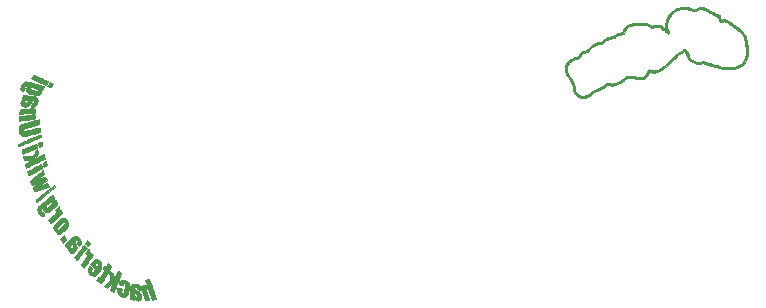
<source format=gbr>
G04 #@! TF.FileFunction,Legend,Bot*
%FSLAX46Y46*%
G04 Gerber Fmt 4.6, Leading zero omitted, Abs format (unit mm)*
G04 Created by KiCad (PCBNEW 4.0.2+e4-6225~38~ubuntu16.04.1-stable) date Mit 05 Apr 2017 15:20:37 CST*
%MOMM*%
G01*
G04 APERTURE LIST*
%ADD10C,0.100000*%
%ADD11C,0.010000*%
G04 APERTURE END LIST*
D10*
D11*
G36*
X66864804Y-157520686D02*
X66918070Y-157685541D01*
X66972192Y-157852855D01*
X67024306Y-158013795D01*
X67071554Y-158159529D01*
X67111072Y-158281226D01*
X67136204Y-158358423D01*
X67167807Y-158458012D01*
X67192874Y-158542277D01*
X67209253Y-158603565D01*
X67214791Y-158634219D01*
X67214271Y-158636166D01*
X67190098Y-158641864D01*
X67134323Y-158649337D01*
X67057562Y-158657230D01*
X67031390Y-158659531D01*
X66858197Y-158674159D01*
X66706867Y-158209295D01*
X66661637Y-158073860D01*
X66618130Y-157950031D01*
X66578760Y-157844189D01*
X66545941Y-157762715D01*
X66522090Y-157711990D01*
X66514110Y-157699966D01*
X66460139Y-157662646D01*
X66406627Y-157659852D01*
X66371724Y-157683364D01*
X66363315Y-157696691D01*
X66359406Y-157715134D01*
X66361201Y-157743459D01*
X66369910Y-157786433D01*
X66386736Y-157848823D01*
X66412888Y-157935394D01*
X66449571Y-158050914D01*
X66497991Y-158200149D01*
X66518138Y-158261850D01*
X66557363Y-158383027D01*
X66591578Y-158490934D01*
X66618732Y-158578920D01*
X66636774Y-158640331D01*
X66643652Y-158668516D01*
X66643666Y-158668905D01*
X66635503Y-158684968D01*
X66606723Y-158697726D01*
X66550892Y-158708755D01*
X66461575Y-158719630D01*
X66419044Y-158723902D01*
X66289672Y-158736441D01*
X66177304Y-158391762D01*
X66135709Y-158263498D01*
X66094660Y-158135722D01*
X66057718Y-158019603D01*
X66028444Y-157926307D01*
X66016769Y-157888333D01*
X65992695Y-157815227D01*
X65976106Y-157778391D01*
X65968054Y-157779964D01*
X65967467Y-157787791D01*
X65966076Y-157818456D01*
X65958001Y-157836319D01*
X65935200Y-157842759D01*
X65889628Y-157839152D01*
X65813242Y-157826874D01*
X65776226Y-157820524D01*
X65698991Y-157806308D01*
X65654559Y-157793372D01*
X65633891Y-157776565D01*
X65627946Y-157750735D01*
X65627666Y-157735858D01*
X65608621Y-157666971D01*
X65559006Y-157615464D01*
X65490103Y-157592346D01*
X65480244Y-157592000D01*
X65419939Y-157609981D01*
X65381396Y-157656239D01*
X65373666Y-157694817D01*
X65392162Y-157739294D01*
X65443139Y-157794001D01*
X65519828Y-157853307D01*
X65615460Y-157911579D01*
X65664253Y-157936634D01*
X65752633Y-157983945D01*
X65832429Y-158034638D01*
X65890589Y-158080179D01*
X65902783Y-158092593D01*
X65967814Y-158197386D01*
X65998951Y-158319786D01*
X65995528Y-158451172D01*
X65956880Y-158582921D01*
X65942943Y-158612358D01*
X65880218Y-158693557D01*
X65795338Y-158741449D01*
X65694389Y-158754266D01*
X65583456Y-158730242D01*
X65564166Y-158722420D01*
X65496831Y-158685008D01*
X65436339Y-158638881D01*
X65434677Y-158637306D01*
X65397675Y-158603507D01*
X65379971Y-158597746D01*
X65370304Y-158618765D01*
X65367370Y-158629789D01*
X65345691Y-158663818D01*
X65316943Y-158664686D01*
X65276846Y-158655619D01*
X65210083Y-158642388D01*
X65137792Y-158629066D01*
X64997168Y-158604055D01*
X65016323Y-158534681D01*
X65021802Y-158493083D01*
X65026139Y-158416606D01*
X65029140Y-158312691D01*
X65030610Y-158188782D01*
X65030474Y-158115703D01*
X65393629Y-158115703D01*
X65397675Y-158189634D01*
X65399498Y-158217101D01*
X65406932Y-158304921D01*
X65417603Y-158361390D01*
X65434695Y-158397491D01*
X65458979Y-158422279D01*
X65521399Y-158453203D01*
X65577485Y-158443951D01*
X65620969Y-158395743D01*
X65623692Y-158390287D01*
X65643395Y-158307836D01*
X65621419Y-158231358D01*
X65558126Y-158161866D01*
X65535990Y-158145770D01*
X65463054Y-158096473D01*
X65419536Y-158072667D01*
X65398655Y-158077896D01*
X65393629Y-158115703D01*
X65030474Y-158115703D01*
X65030355Y-158052321D01*
X65029947Y-158012778D01*
X65028270Y-157863013D01*
X65027735Y-157749325D01*
X65028862Y-157665465D01*
X65032169Y-157605181D01*
X65038174Y-157562222D01*
X65047394Y-157530337D01*
X65060349Y-157503276D01*
X65074085Y-157480361D01*
X65136282Y-157404161D01*
X65214250Y-157356773D01*
X65316511Y-157334244D01*
X65395944Y-157331027D01*
X65551892Y-157346306D01*
X65690064Y-157388205D01*
X65804735Y-157453613D01*
X65890180Y-157539421D01*
X65934748Y-157623750D01*
X65953104Y-157673204D01*
X65962026Y-157685330D01*
X65965082Y-157663083D01*
X65965404Y-157649157D01*
X65984664Y-157559422D01*
X66033420Y-157480773D01*
X66092640Y-157433608D01*
X66175592Y-157408341D01*
X66273102Y-157403544D01*
X66363904Y-157419321D01*
X66394958Y-157432125D01*
X66435113Y-157448978D01*
X66453482Y-157448626D01*
X66453593Y-157447869D01*
X66447833Y-157422807D01*
X66431916Y-157366378D01*
X66408447Y-157287581D01*
X66386552Y-157216305D01*
X66359833Y-157127150D01*
X66339830Y-157054056D01*
X66328793Y-157005686D01*
X66327917Y-156990628D01*
X66351675Y-156984878D01*
X66407063Y-156977282D01*
X66483503Y-156969225D01*
X66508954Y-156966926D01*
X66681158Y-156951956D01*
X66864804Y-157520686D01*
X66864804Y-157520686D01*
G37*
X66864804Y-157520686D02*
X66918070Y-157685541D01*
X66972192Y-157852855D01*
X67024306Y-158013795D01*
X67071554Y-158159529D01*
X67111072Y-158281226D01*
X67136204Y-158358423D01*
X67167807Y-158458012D01*
X67192874Y-158542277D01*
X67209253Y-158603565D01*
X67214791Y-158634219D01*
X67214271Y-158636166D01*
X67190098Y-158641864D01*
X67134323Y-158649337D01*
X67057562Y-158657230D01*
X67031390Y-158659531D01*
X66858197Y-158674159D01*
X66706867Y-158209295D01*
X66661637Y-158073860D01*
X66618130Y-157950031D01*
X66578760Y-157844189D01*
X66545941Y-157762715D01*
X66522090Y-157711990D01*
X66514110Y-157699966D01*
X66460139Y-157662646D01*
X66406627Y-157659852D01*
X66371724Y-157683364D01*
X66363315Y-157696691D01*
X66359406Y-157715134D01*
X66361201Y-157743459D01*
X66369910Y-157786433D01*
X66386736Y-157848823D01*
X66412888Y-157935394D01*
X66449571Y-158050914D01*
X66497991Y-158200149D01*
X66518138Y-158261850D01*
X66557363Y-158383027D01*
X66591578Y-158490934D01*
X66618732Y-158578920D01*
X66636774Y-158640331D01*
X66643652Y-158668516D01*
X66643666Y-158668905D01*
X66635503Y-158684968D01*
X66606723Y-158697726D01*
X66550892Y-158708755D01*
X66461575Y-158719630D01*
X66419044Y-158723902D01*
X66289672Y-158736441D01*
X66177304Y-158391762D01*
X66135709Y-158263498D01*
X66094660Y-158135722D01*
X66057718Y-158019603D01*
X66028444Y-157926307D01*
X66016769Y-157888333D01*
X65992695Y-157815227D01*
X65976106Y-157778391D01*
X65968054Y-157779964D01*
X65967467Y-157787791D01*
X65966076Y-157818456D01*
X65958001Y-157836319D01*
X65935200Y-157842759D01*
X65889628Y-157839152D01*
X65813242Y-157826874D01*
X65776226Y-157820524D01*
X65698991Y-157806308D01*
X65654559Y-157793372D01*
X65633891Y-157776565D01*
X65627946Y-157750735D01*
X65627666Y-157735858D01*
X65608621Y-157666971D01*
X65559006Y-157615464D01*
X65490103Y-157592346D01*
X65480244Y-157592000D01*
X65419939Y-157609981D01*
X65381396Y-157656239D01*
X65373666Y-157694817D01*
X65392162Y-157739294D01*
X65443139Y-157794001D01*
X65519828Y-157853307D01*
X65615460Y-157911579D01*
X65664253Y-157936634D01*
X65752633Y-157983945D01*
X65832429Y-158034638D01*
X65890589Y-158080179D01*
X65902783Y-158092593D01*
X65967814Y-158197386D01*
X65998951Y-158319786D01*
X65995528Y-158451172D01*
X65956880Y-158582921D01*
X65942943Y-158612358D01*
X65880218Y-158693557D01*
X65795338Y-158741449D01*
X65694389Y-158754266D01*
X65583456Y-158730242D01*
X65564166Y-158722420D01*
X65496831Y-158685008D01*
X65436339Y-158638881D01*
X65434677Y-158637306D01*
X65397675Y-158603507D01*
X65379971Y-158597746D01*
X65370304Y-158618765D01*
X65367370Y-158629789D01*
X65345691Y-158663818D01*
X65316943Y-158664686D01*
X65276846Y-158655619D01*
X65210083Y-158642388D01*
X65137792Y-158629066D01*
X64997168Y-158604055D01*
X65016323Y-158534681D01*
X65021802Y-158493083D01*
X65026139Y-158416606D01*
X65029140Y-158312691D01*
X65030610Y-158188782D01*
X65030474Y-158115703D01*
X65393629Y-158115703D01*
X65397675Y-158189634D01*
X65399498Y-158217101D01*
X65406932Y-158304921D01*
X65417603Y-158361390D01*
X65434695Y-158397491D01*
X65458979Y-158422279D01*
X65521399Y-158453203D01*
X65577485Y-158443951D01*
X65620969Y-158395743D01*
X65623692Y-158390287D01*
X65643395Y-158307836D01*
X65621419Y-158231358D01*
X65558126Y-158161866D01*
X65535990Y-158145770D01*
X65463054Y-158096473D01*
X65419536Y-158072667D01*
X65398655Y-158077896D01*
X65393629Y-158115703D01*
X65030474Y-158115703D01*
X65030355Y-158052321D01*
X65029947Y-158012778D01*
X65028270Y-157863013D01*
X65027735Y-157749325D01*
X65028862Y-157665465D01*
X65032169Y-157605181D01*
X65038174Y-157562222D01*
X65047394Y-157530337D01*
X65060349Y-157503276D01*
X65074085Y-157480361D01*
X65136282Y-157404161D01*
X65214250Y-157356773D01*
X65316511Y-157334244D01*
X65395944Y-157331027D01*
X65551892Y-157346306D01*
X65690064Y-157388205D01*
X65804735Y-157453613D01*
X65890180Y-157539421D01*
X65934748Y-157623750D01*
X65953104Y-157673204D01*
X65962026Y-157685330D01*
X65965082Y-157663083D01*
X65965404Y-157649157D01*
X65984664Y-157559422D01*
X66033420Y-157480773D01*
X66092640Y-157433608D01*
X66175592Y-157408341D01*
X66273102Y-157403544D01*
X66363904Y-157419321D01*
X66394958Y-157432125D01*
X66435113Y-157448978D01*
X66453482Y-157448626D01*
X66453593Y-157447869D01*
X66447833Y-157422807D01*
X66431916Y-157366378D01*
X66408447Y-157287581D01*
X66386552Y-157216305D01*
X66359833Y-157127150D01*
X66339830Y-157054056D01*
X66328793Y-157005686D01*
X66327917Y-156990628D01*
X66351675Y-156984878D01*
X66407063Y-156977282D01*
X66483503Y-156969225D01*
X66508954Y-156966926D01*
X66681158Y-156951956D01*
X66864804Y-157520686D01*
G36*
X64465431Y-157005144D02*
X64602713Y-157034486D01*
X64728541Y-157093145D01*
X64834955Y-157175253D01*
X64913997Y-157274941D01*
X64952388Y-157364180D01*
X64963266Y-157447058D01*
X64961210Y-157559511D01*
X64947986Y-157691416D01*
X64925358Y-157832647D01*
X64895091Y-157973080D01*
X64858949Y-158102591D01*
X64818698Y-158211054D01*
X64797118Y-158255072D01*
X64722252Y-158353652D01*
X64628166Y-158415163D01*
X64516917Y-158439129D01*
X64390565Y-158425079D01*
X64262416Y-158378010D01*
X64134540Y-158305710D01*
X64043344Y-158225722D01*
X63983188Y-158131340D01*
X63948431Y-158015855D01*
X63945935Y-158001684D01*
X63942841Y-157947601D01*
X63945882Y-157874531D01*
X63953553Y-157795910D01*
X63964350Y-157725174D01*
X63976769Y-157675757D01*
X63983917Y-157662359D01*
X64005157Y-157667102D01*
X64055275Y-157686191D01*
X64124849Y-157715940D01*
X64151451Y-157727914D01*
X64311571Y-157800883D01*
X64299898Y-157929617D01*
X64295519Y-158007642D01*
X64301264Y-158057356D01*
X64319174Y-158092002D01*
X64326226Y-158100342D01*
X64375653Y-158139880D01*
X64419962Y-158142089D01*
X64460178Y-158105831D01*
X64497327Y-158029967D01*
X64532436Y-157913357D01*
X64545798Y-157856583D01*
X64579235Y-157701055D01*
X64602263Y-157580986D01*
X64615458Y-157490951D01*
X64619395Y-157425523D01*
X64614650Y-157379280D01*
X64601797Y-157346795D01*
X64600131Y-157344160D01*
X64555412Y-157306181D01*
X64501904Y-157300874D01*
X64450756Y-157323567D01*
X64413115Y-157369588D01*
X64400000Y-157428040D01*
X64390538Y-157463101D01*
X64359258Y-157475057D01*
X64301816Y-157463828D01*
X64213865Y-157429332D01*
X64202700Y-157424364D01*
X64121763Y-157384844D01*
X64077113Y-157349471D01*
X64065550Y-157308222D01*
X64083877Y-157251075D01*
X64123729Y-157176988D01*
X64192000Y-157083676D01*
X64272333Y-157027163D01*
X64372455Y-157003562D01*
X64465431Y-157005144D01*
X64465431Y-157005144D01*
G37*
X64465431Y-157005144D02*
X64602713Y-157034486D01*
X64728541Y-157093145D01*
X64834955Y-157175253D01*
X64913997Y-157274941D01*
X64952388Y-157364180D01*
X64963266Y-157447058D01*
X64961210Y-157559511D01*
X64947986Y-157691416D01*
X64925358Y-157832647D01*
X64895091Y-157973080D01*
X64858949Y-158102591D01*
X64818698Y-158211054D01*
X64797118Y-158255072D01*
X64722252Y-158353652D01*
X64628166Y-158415163D01*
X64516917Y-158439129D01*
X64390565Y-158425079D01*
X64262416Y-158378010D01*
X64134540Y-158305710D01*
X64043344Y-158225722D01*
X63983188Y-158131340D01*
X63948431Y-158015855D01*
X63945935Y-158001684D01*
X63942841Y-157947601D01*
X63945882Y-157874531D01*
X63953553Y-157795910D01*
X63964350Y-157725174D01*
X63976769Y-157675757D01*
X63983917Y-157662359D01*
X64005157Y-157667102D01*
X64055275Y-157686191D01*
X64124849Y-157715940D01*
X64151451Y-157727914D01*
X64311571Y-157800883D01*
X64299898Y-157929617D01*
X64295519Y-158007642D01*
X64301264Y-158057356D01*
X64319174Y-158092002D01*
X64326226Y-158100342D01*
X64375653Y-158139880D01*
X64419962Y-158142089D01*
X64460178Y-158105831D01*
X64497327Y-158029967D01*
X64532436Y-157913357D01*
X64545798Y-157856583D01*
X64579235Y-157701055D01*
X64602263Y-157580986D01*
X64615458Y-157490951D01*
X64619395Y-157425523D01*
X64614650Y-157379280D01*
X64601797Y-157346795D01*
X64600131Y-157344160D01*
X64555412Y-157306181D01*
X64501904Y-157300874D01*
X64450756Y-157323567D01*
X64413115Y-157369588D01*
X64400000Y-157428040D01*
X64390538Y-157463101D01*
X64359258Y-157475057D01*
X64301816Y-157463828D01*
X64213865Y-157429332D01*
X64202700Y-157424364D01*
X64121763Y-157384844D01*
X64077113Y-157349471D01*
X64065550Y-157308222D01*
X64083877Y-157251075D01*
X64123729Y-157176988D01*
X64192000Y-157083676D01*
X64272333Y-157027163D01*
X64372455Y-157003562D01*
X64465431Y-157005144D01*
G36*
X63186514Y-155615768D02*
X63233247Y-155650868D01*
X63292919Y-155700996D01*
X63308318Y-155714636D01*
X63433719Y-155826863D01*
X63343290Y-155996581D01*
X63252860Y-156166299D01*
X63339004Y-156253308D01*
X63408682Y-156317663D01*
X63487004Y-156381502D01*
X63520991Y-156406259D01*
X63574074Y-156443232D01*
X63609855Y-156469010D01*
X63619101Y-156476475D01*
X63621782Y-156497916D01*
X63627462Y-156553362D01*
X63635335Y-156634652D01*
X63644594Y-156733628D01*
X63645559Y-156744127D01*
X63669750Y-157007505D01*
X63825129Y-156627710D01*
X63873999Y-156509230D01*
X63918053Y-156404266D01*
X63954585Y-156319112D01*
X63980895Y-156260059D01*
X63994278Y-156233400D01*
X63994752Y-156232810D01*
X64018872Y-156235184D01*
X64064670Y-156258901D01*
X64122500Y-156296827D01*
X64182717Y-156341828D01*
X64235675Y-156386770D01*
X64271728Y-156424518D01*
X64281908Y-156445199D01*
X64273785Y-156471922D01*
X64251590Y-156531762D01*
X64217386Y-156619726D01*
X64173233Y-156730821D01*
X64121192Y-156860053D01*
X64063325Y-157002429D01*
X64001693Y-157152955D01*
X63938356Y-157306638D01*
X63875377Y-157458484D01*
X63814815Y-157603500D01*
X63758733Y-157736692D01*
X63709192Y-157853068D01*
X63668252Y-157947632D01*
X63637975Y-158015393D01*
X63620423Y-158051356D01*
X63617072Y-158055855D01*
X63595731Y-158043416D01*
X63550153Y-158012533D01*
X63490181Y-157969878D01*
X63489833Y-157969625D01*
X63426656Y-157924387D01*
X63374850Y-157888324D01*
X63346679Y-157869897D01*
X63338278Y-157852022D01*
X63345062Y-157812480D01*
X63368544Y-157745783D01*
X63404887Y-157658735D01*
X63451073Y-157546488D01*
X63478216Y-157464220D01*
X63487804Y-157404890D01*
X63481323Y-157361455D01*
X63471740Y-157342248D01*
X63454280Y-157339874D01*
X63418515Y-157363339D01*
X63361691Y-157414897D01*
X63281057Y-157496806D01*
X63273540Y-157504690D01*
X63092785Y-157694633D01*
X63010850Y-157640319D01*
X62941912Y-157593348D01*
X62873825Y-157545063D01*
X62860224Y-157535084D01*
X62791532Y-157484164D01*
X63071891Y-157237533D01*
X63174325Y-157148029D01*
X63249889Y-157079646D01*
X63301919Y-157023847D01*
X63333755Y-156972094D01*
X63348734Y-156915853D01*
X63350195Y-156846585D01*
X63341475Y-156755754D01*
X63325913Y-156634825D01*
X63321411Y-156599425D01*
X63308022Y-156500961D01*
X63296825Y-156440175D01*
X63286588Y-156412549D01*
X63276077Y-156413569D01*
X63272292Y-156419508D01*
X63252063Y-156455292D01*
X63243955Y-156467742D01*
X63223725Y-156463220D01*
X63184053Y-156441096D01*
X63181740Y-156439592D01*
X63141935Y-156416426D01*
X63121349Y-156409999D01*
X63121070Y-156410267D01*
X63109725Y-156430175D01*
X63081394Y-156481254D01*
X63039376Y-156557515D01*
X62986971Y-156652973D01*
X62930606Y-156755916D01*
X62867615Y-156868836D01*
X62807539Y-156972404D01*
X62754780Y-157059344D01*
X62713735Y-157122378D01*
X62691307Y-157151763D01*
X62616949Y-157207342D01*
X62534908Y-157223656D01*
X62443522Y-157200458D01*
X62341129Y-157137503D01*
X62285891Y-157091580D01*
X62193200Y-157008713D01*
X62251396Y-156892898D01*
X62282967Y-156830877D01*
X62306481Y-156786183D01*
X62315793Y-156770100D01*
X62335626Y-156775401D01*
X62374993Y-156797848D01*
X62376583Y-156798886D01*
X62423992Y-156821045D01*
X62459835Y-156823655D01*
X62477660Y-156802792D01*
X62510929Y-156751849D01*
X62555479Y-156678268D01*
X62607144Y-156589487D01*
X62661762Y-156492947D01*
X62715168Y-156396087D01*
X62763199Y-156306348D01*
X62801691Y-156231168D01*
X62826480Y-156177987D01*
X62833666Y-156155719D01*
X62818526Y-156129038D01*
X62781980Y-156093921D01*
X62780750Y-156092948D01*
X62745311Y-156062202D01*
X62731703Y-156034648D01*
X62739519Y-155997607D01*
X62768351Y-155938399D01*
X62775363Y-155925125D01*
X62813205Y-155863353D01*
X62845309Y-155839221D01*
X62878987Y-155850097D01*
X62907750Y-155877500D01*
X62940822Y-155908907D01*
X62960092Y-155919833D01*
X62975625Y-155902397D01*
X63004895Y-155855909D01*
X63042545Y-155789101D01*
X63057353Y-155761311D01*
X63097597Y-155689093D01*
X63132693Y-155634059D01*
X63156856Y-155605005D01*
X63161750Y-155602599D01*
X63186514Y-155615768D01*
X63186514Y-155615768D01*
G37*
X63186514Y-155615768D02*
X63233247Y-155650868D01*
X63292919Y-155700996D01*
X63308318Y-155714636D01*
X63433719Y-155826863D01*
X63343290Y-155996581D01*
X63252860Y-156166299D01*
X63339004Y-156253308D01*
X63408682Y-156317663D01*
X63487004Y-156381502D01*
X63520991Y-156406259D01*
X63574074Y-156443232D01*
X63609855Y-156469010D01*
X63619101Y-156476475D01*
X63621782Y-156497916D01*
X63627462Y-156553362D01*
X63635335Y-156634652D01*
X63644594Y-156733628D01*
X63645559Y-156744127D01*
X63669750Y-157007505D01*
X63825129Y-156627710D01*
X63873999Y-156509230D01*
X63918053Y-156404266D01*
X63954585Y-156319112D01*
X63980895Y-156260059D01*
X63994278Y-156233400D01*
X63994752Y-156232810D01*
X64018872Y-156235184D01*
X64064670Y-156258901D01*
X64122500Y-156296827D01*
X64182717Y-156341828D01*
X64235675Y-156386770D01*
X64271728Y-156424518D01*
X64281908Y-156445199D01*
X64273785Y-156471922D01*
X64251590Y-156531762D01*
X64217386Y-156619726D01*
X64173233Y-156730821D01*
X64121192Y-156860053D01*
X64063325Y-157002429D01*
X64001693Y-157152955D01*
X63938356Y-157306638D01*
X63875377Y-157458484D01*
X63814815Y-157603500D01*
X63758733Y-157736692D01*
X63709192Y-157853068D01*
X63668252Y-157947632D01*
X63637975Y-158015393D01*
X63620423Y-158051356D01*
X63617072Y-158055855D01*
X63595731Y-158043416D01*
X63550153Y-158012533D01*
X63490181Y-157969878D01*
X63489833Y-157969625D01*
X63426656Y-157924387D01*
X63374850Y-157888324D01*
X63346679Y-157869897D01*
X63338278Y-157852022D01*
X63345062Y-157812480D01*
X63368544Y-157745783D01*
X63404887Y-157658735D01*
X63451073Y-157546488D01*
X63478216Y-157464220D01*
X63487804Y-157404890D01*
X63481323Y-157361455D01*
X63471740Y-157342248D01*
X63454280Y-157339874D01*
X63418515Y-157363339D01*
X63361691Y-157414897D01*
X63281057Y-157496806D01*
X63273540Y-157504690D01*
X63092785Y-157694633D01*
X63010850Y-157640319D01*
X62941912Y-157593348D01*
X62873825Y-157545063D01*
X62860224Y-157535084D01*
X62791532Y-157484164D01*
X63071891Y-157237533D01*
X63174325Y-157148029D01*
X63249889Y-157079646D01*
X63301919Y-157023847D01*
X63333755Y-156972094D01*
X63348734Y-156915853D01*
X63350195Y-156846585D01*
X63341475Y-156755754D01*
X63325913Y-156634825D01*
X63321411Y-156599425D01*
X63308022Y-156500961D01*
X63296825Y-156440175D01*
X63286588Y-156412549D01*
X63276077Y-156413569D01*
X63272292Y-156419508D01*
X63252063Y-156455292D01*
X63243955Y-156467742D01*
X63223725Y-156463220D01*
X63184053Y-156441096D01*
X63181740Y-156439592D01*
X63141935Y-156416426D01*
X63121349Y-156409999D01*
X63121070Y-156410267D01*
X63109725Y-156430175D01*
X63081394Y-156481254D01*
X63039376Y-156557515D01*
X62986971Y-156652973D01*
X62930606Y-156755916D01*
X62867615Y-156868836D01*
X62807539Y-156972404D01*
X62754780Y-157059344D01*
X62713735Y-157122378D01*
X62691307Y-157151763D01*
X62616949Y-157207342D01*
X62534908Y-157223656D01*
X62443522Y-157200458D01*
X62341129Y-157137503D01*
X62285891Y-157091580D01*
X62193200Y-157008713D01*
X62251396Y-156892898D01*
X62282967Y-156830877D01*
X62306481Y-156786183D01*
X62315793Y-156770100D01*
X62335626Y-156775401D01*
X62374993Y-156797848D01*
X62376583Y-156798886D01*
X62423992Y-156821045D01*
X62459835Y-156823655D01*
X62477660Y-156802792D01*
X62510929Y-156751849D01*
X62555479Y-156678268D01*
X62607144Y-156589487D01*
X62661762Y-156492947D01*
X62715168Y-156396087D01*
X62763199Y-156306348D01*
X62801691Y-156231168D01*
X62826480Y-156177987D01*
X62833666Y-156155719D01*
X62818526Y-156129038D01*
X62781980Y-156093921D01*
X62780750Y-156092948D01*
X62745311Y-156062202D01*
X62731703Y-156034648D01*
X62739519Y-155997607D01*
X62768351Y-155938399D01*
X62775363Y-155925125D01*
X62813205Y-155863353D01*
X62845309Y-155839221D01*
X62878987Y-155850097D01*
X62907750Y-155877500D01*
X62940822Y-155908907D01*
X62960092Y-155919833D01*
X62975625Y-155902397D01*
X63004895Y-155855909D01*
X63042545Y-155789101D01*
X63057353Y-155761311D01*
X63097597Y-155689093D01*
X63132693Y-155634059D01*
X63156856Y-155605005D01*
X63161750Y-155602599D01*
X63186514Y-155615768D01*
G36*
X62206880Y-155251242D02*
X62285655Y-155281334D01*
X62374289Y-155339501D01*
X62461652Y-155417055D01*
X62536612Y-155505307D01*
X62541888Y-155512781D01*
X62581283Y-155575072D01*
X62602270Y-155629304D01*
X62610399Y-155694485D01*
X62611416Y-155750945D01*
X62604479Y-155839909D01*
X62581822Y-155932198D01*
X62540677Y-156034156D01*
X62478276Y-156152126D01*
X62391851Y-156292453D01*
X62342332Y-156367655D01*
X62242500Y-156502602D01*
X62148408Y-156597880D01*
X62056473Y-156655113D01*
X61963116Y-156675927D01*
X61864755Y-156661946D01*
X61775982Y-156624678D01*
X61662590Y-156548192D01*
X61567624Y-156451188D01*
X61496123Y-156341828D01*
X61453128Y-156228273D01*
X61443676Y-156118687D01*
X61447259Y-156092257D01*
X61463103Y-156035846D01*
X61489264Y-155968541D01*
X61520197Y-155901912D01*
X61550356Y-155847530D01*
X61574194Y-155816965D01*
X61580621Y-155814000D01*
X61602230Y-155828056D01*
X61644713Y-155865269D01*
X61699684Y-155918199D01*
X61711396Y-155929973D01*
X61825929Y-156045947D01*
X61790048Y-156121192D01*
X61760249Y-156200013D01*
X61759457Y-156257488D01*
X61787913Y-156303331D01*
X61794754Y-156309836D01*
X61847242Y-156339217D01*
X61901366Y-156331138D01*
X61960168Y-156284309D01*
X62013329Y-156217070D01*
X62093913Y-156101556D01*
X61876858Y-155883760D01*
X61709017Y-155715345D01*
X62021339Y-155715345D01*
X62115294Y-155796365D01*
X62167852Y-155839893D01*
X62207371Y-155869326D01*
X62222518Y-155877442D01*
X62237522Y-155859737D01*
X62261962Y-155814144D01*
X62280724Y-155773039D01*
X62307681Y-155698541D01*
X62312843Y-155645308D01*
X62305710Y-155616100D01*
X62269043Y-155562600D01*
X62217705Y-155545169D01*
X62157781Y-155562980D01*
X62095359Y-155615206D01*
X62069141Y-155648212D01*
X62021339Y-155715345D01*
X61709017Y-155715345D01*
X61659803Y-155665963D01*
X61701693Y-155586523D01*
X61737569Y-155531662D01*
X61792601Y-155461966D01*
X61855349Y-155391854D01*
X61860000Y-155387030D01*
X61950726Y-155305385D01*
X62034806Y-155258709D01*
X62122291Y-155243067D01*
X62206880Y-155251242D01*
X62206880Y-155251242D01*
G37*
X62206880Y-155251242D02*
X62285655Y-155281334D01*
X62374289Y-155339501D01*
X62461652Y-155417055D01*
X62536612Y-155505307D01*
X62541888Y-155512781D01*
X62581283Y-155575072D01*
X62602270Y-155629304D01*
X62610399Y-155694485D01*
X62611416Y-155750945D01*
X62604479Y-155839909D01*
X62581822Y-155932198D01*
X62540677Y-156034156D01*
X62478276Y-156152126D01*
X62391851Y-156292453D01*
X62342332Y-156367655D01*
X62242500Y-156502602D01*
X62148408Y-156597880D01*
X62056473Y-156655113D01*
X61963116Y-156675927D01*
X61864755Y-156661946D01*
X61775982Y-156624678D01*
X61662590Y-156548192D01*
X61567624Y-156451188D01*
X61496123Y-156341828D01*
X61453128Y-156228273D01*
X61443676Y-156118687D01*
X61447259Y-156092257D01*
X61463103Y-156035846D01*
X61489264Y-155968541D01*
X61520197Y-155901912D01*
X61550356Y-155847530D01*
X61574194Y-155816965D01*
X61580621Y-155814000D01*
X61602230Y-155828056D01*
X61644713Y-155865269D01*
X61699684Y-155918199D01*
X61711396Y-155929973D01*
X61825929Y-156045947D01*
X61790048Y-156121192D01*
X61760249Y-156200013D01*
X61759457Y-156257488D01*
X61787913Y-156303331D01*
X61794754Y-156309836D01*
X61847242Y-156339217D01*
X61901366Y-156331138D01*
X61960168Y-156284309D01*
X62013329Y-156217070D01*
X62093913Y-156101556D01*
X61876858Y-155883760D01*
X61709017Y-155715345D01*
X62021339Y-155715345D01*
X62115294Y-155796365D01*
X62167852Y-155839893D01*
X62207371Y-155869326D01*
X62222518Y-155877442D01*
X62237522Y-155859737D01*
X62261962Y-155814144D01*
X62280724Y-155773039D01*
X62307681Y-155698541D01*
X62312843Y-155645308D01*
X62305710Y-155616100D01*
X62269043Y-155562600D01*
X62217705Y-155545169D01*
X62157781Y-155562980D01*
X62095359Y-155615206D01*
X62069141Y-155648212D01*
X62021339Y-155715345D01*
X61709017Y-155715345D01*
X61659803Y-155665963D01*
X61701693Y-155586523D01*
X61737569Y-155531662D01*
X61792601Y-155461966D01*
X61855349Y-155391854D01*
X61860000Y-155387030D01*
X61950726Y-155305385D01*
X62034806Y-155258709D01*
X62122291Y-155243067D01*
X62206880Y-155251242D01*
G36*
X61517022Y-154427809D02*
X61525661Y-154438255D01*
X61556549Y-154490370D01*
X61582087Y-154556681D01*
X61596564Y-154619435D01*
X61595914Y-154656703D01*
X61586297Y-154694361D01*
X61574928Y-154745083D01*
X61567952Y-154781831D01*
X61571792Y-154789683D01*
X61591507Y-154766666D01*
X61620096Y-154727490D01*
X61678705Y-154646397D01*
X61788336Y-154769823D01*
X61897967Y-154893250D01*
X61829302Y-154988500D01*
X61797956Y-155032260D01*
X61746407Y-155104553D01*
X61678928Y-155199369D01*
X61599793Y-155310700D01*
X61513276Y-155432538D01*
X61449121Y-155522958D01*
X61363837Y-155642259D01*
X61286077Y-155749243D01*
X61219299Y-155839297D01*
X61166958Y-155907809D01*
X61132513Y-155950169D01*
X61119897Y-155962166D01*
X61098670Y-155947214D01*
X61058071Y-155907515D01*
X61005872Y-155850809D01*
X60991083Y-155833916D01*
X60879978Y-155705665D01*
X60963625Y-155585207D01*
X61011170Y-155516754D01*
X61073704Y-155426739D01*
X61142056Y-155328361D01*
X61190419Y-155258763D01*
X61248763Y-155171939D01*
X61298768Y-155092202D01*
X61334752Y-155028950D01*
X61350426Y-154993985D01*
X61353531Y-154909335D01*
X61317416Y-154824350D01*
X61285001Y-154783692D01*
X61241712Y-154737614D01*
X61365211Y-154565118D01*
X61421438Y-154487216D01*
X61458897Y-154439147D01*
X61483423Y-154416300D01*
X61500853Y-154414058D01*
X61517022Y-154427809D01*
X61517022Y-154427809D01*
G37*
X61517022Y-154427809D02*
X61525661Y-154438255D01*
X61556549Y-154490370D01*
X61582087Y-154556681D01*
X61596564Y-154619435D01*
X61595914Y-154656703D01*
X61586297Y-154694361D01*
X61574928Y-154745083D01*
X61567952Y-154781831D01*
X61571792Y-154789683D01*
X61591507Y-154766666D01*
X61620096Y-154727490D01*
X61678705Y-154646397D01*
X61788336Y-154769823D01*
X61897967Y-154893250D01*
X61829302Y-154988500D01*
X61797956Y-155032260D01*
X61746407Y-155104553D01*
X61678928Y-155199369D01*
X61599793Y-155310700D01*
X61513276Y-155432538D01*
X61449121Y-155522958D01*
X61363837Y-155642259D01*
X61286077Y-155749243D01*
X61219299Y-155839297D01*
X61166958Y-155907809D01*
X61132513Y-155950169D01*
X61119897Y-155962166D01*
X61098670Y-155947214D01*
X61058071Y-155907515D01*
X61005872Y-155850809D01*
X60991083Y-155833916D01*
X60879978Y-155705665D01*
X60963625Y-155585207D01*
X61011170Y-155516754D01*
X61073704Y-155426739D01*
X61142056Y-155328361D01*
X61190419Y-155258763D01*
X61248763Y-155171939D01*
X61298768Y-155092202D01*
X61334752Y-155028950D01*
X61350426Y-154993985D01*
X61353531Y-154909335D01*
X61317416Y-154824350D01*
X61285001Y-154783692D01*
X61241712Y-154737614D01*
X61365211Y-154565118D01*
X61421438Y-154487216D01*
X61458897Y-154439147D01*
X61483423Y-154416300D01*
X61500853Y-154414058D01*
X61517022Y-154427809D01*
G36*
X61142473Y-154030067D02*
X61177226Y-154070689D01*
X61225554Y-154129081D01*
X61245553Y-154153630D01*
X61358166Y-154292427D01*
X61308768Y-154360005D01*
X61276237Y-154403501D01*
X61225095Y-154470654D01*
X61159227Y-154556465D01*
X61082516Y-154655938D01*
X60998848Y-154764075D01*
X60912106Y-154875879D01*
X60826176Y-154986351D01*
X60744941Y-155090495D01*
X60672286Y-155183314D01*
X60612096Y-155259809D01*
X60568254Y-155314984D01*
X60544646Y-155343840D01*
X60541666Y-155346910D01*
X60527080Y-155331123D01*
X60492208Y-155290300D01*
X60443600Y-155232148D01*
X60424713Y-155209320D01*
X60366711Y-155133578D01*
X60333599Y-155077951D01*
X60328111Y-155047055D01*
X60328314Y-155046700D01*
X60345338Y-155023024D01*
X60383786Y-154971972D01*
X60439829Y-154898485D01*
X60509640Y-154807503D01*
X60589391Y-154703968D01*
X60675253Y-154592821D01*
X60763400Y-154479002D01*
X60850001Y-154367452D01*
X60931231Y-154263113D01*
X61003259Y-154170926D01*
X61062260Y-154095830D01*
X61104404Y-154042768D01*
X61125863Y-154016681D01*
X61127760Y-154014833D01*
X61142473Y-154030067D01*
X61142473Y-154030067D01*
G37*
X61142473Y-154030067D02*
X61177226Y-154070689D01*
X61225554Y-154129081D01*
X61245553Y-154153630D01*
X61358166Y-154292427D01*
X61308768Y-154360005D01*
X61276237Y-154403501D01*
X61225095Y-154470654D01*
X61159227Y-154556465D01*
X61082516Y-154655938D01*
X60998848Y-154764075D01*
X60912106Y-154875879D01*
X60826176Y-154986351D01*
X60744941Y-155090495D01*
X60672286Y-155183314D01*
X60612096Y-155259809D01*
X60568254Y-155314984D01*
X60544646Y-155343840D01*
X60541666Y-155346910D01*
X60527080Y-155331123D01*
X60492208Y-155290300D01*
X60443600Y-155232148D01*
X60424713Y-155209320D01*
X60366711Y-155133578D01*
X60333599Y-155077951D01*
X60328111Y-155047055D01*
X60328314Y-155046700D01*
X60345338Y-155023024D01*
X60383786Y-154971972D01*
X60439829Y-154898485D01*
X60509640Y-154807503D01*
X60589391Y-154703968D01*
X60675253Y-154592821D01*
X60763400Y-154479002D01*
X60850001Y-154367452D01*
X60931231Y-154263113D01*
X61003259Y-154170926D01*
X61062260Y-154095830D01*
X61104404Y-154042768D01*
X61125863Y-154016681D01*
X61127760Y-154014833D01*
X61142473Y-154030067D01*
G36*
X60505535Y-153279177D02*
X60611839Y-153342278D01*
X60714985Y-153444570D01*
X60747679Y-153486481D01*
X60827084Y-153617187D01*
X60870209Y-153742538D01*
X60875786Y-153858178D01*
X60867688Y-153899065D01*
X60846996Y-153953098D01*
X60814960Y-154015744D01*
X60778614Y-154075536D01*
X60744993Y-154121006D01*
X60721133Y-154140684D01*
X60719412Y-154140783D01*
X60701344Y-154124583D01*
X60665350Y-154082676D01*
X60618576Y-154023464D01*
X60609132Y-154011047D01*
X60511847Y-153882361D01*
X60556019Y-153801720D01*
X60600190Y-153721078D01*
X60555930Y-153661581D01*
X60501636Y-153609178D01*
X60448880Y-153597024D01*
X60401277Y-153625507D01*
X60387551Y-153643529D01*
X60367110Y-153688495D01*
X60362110Y-153743320D01*
X60373588Y-153815253D01*
X60402579Y-153911545D01*
X60440653Y-154015080D01*
X60486797Y-154158893D01*
X60503886Y-154278596D01*
X60492567Y-154380242D01*
X60482906Y-154410330D01*
X60438997Y-154486467D01*
X60369608Y-154562911D01*
X60285608Y-154631258D01*
X60197870Y-154683105D01*
X60117264Y-154710049D01*
X60092583Y-154712039D01*
X60043925Y-154703449D01*
X59984783Y-154683195D01*
X59982811Y-154682345D01*
X59913495Y-154632765D01*
X59852346Y-154554316D01*
X59808085Y-154460458D01*
X59791018Y-154386324D01*
X59782208Y-154328927D01*
X59769824Y-154305657D01*
X59748838Y-154308335D01*
X59744443Y-154310572D01*
X59721842Y-154313948D01*
X59693913Y-154297174D01*
X59654727Y-154255080D01*
X59600306Y-154185075D01*
X59959499Y-154185075D01*
X59961065Y-154245433D01*
X59990030Y-154293624D01*
X60029509Y-154325375D01*
X60070160Y-154326132D01*
X60122574Y-154294789D01*
X60143875Y-154277535D01*
X60186185Y-154230823D01*
X60206046Y-154175157D01*
X60204698Y-154101059D01*
X60183381Y-153999052D01*
X60181327Y-153991205D01*
X60155523Y-153893495D01*
X60055261Y-154019391D01*
X59990482Y-154111479D01*
X59959499Y-154185075D01*
X59600306Y-154185075D01*
X59599801Y-154184426D01*
X59491033Y-154039080D01*
X59558974Y-153996928D01*
X59595182Y-153967161D01*
X59652583Y-153911327D01*
X59725090Y-153835728D01*
X59806617Y-153746668D01*
X59870333Y-153674471D01*
X59955776Y-153577630D01*
X60037679Y-153487605D01*
X60109631Y-153411238D01*
X60165222Y-153355371D01*
X60191543Y-153331661D01*
X60293000Y-153273204D01*
X60398460Y-153255930D01*
X60505535Y-153279177D01*
X60505535Y-153279177D01*
G37*
X60505535Y-153279177D02*
X60611839Y-153342278D01*
X60714985Y-153444570D01*
X60747679Y-153486481D01*
X60827084Y-153617187D01*
X60870209Y-153742538D01*
X60875786Y-153858178D01*
X60867688Y-153899065D01*
X60846996Y-153953098D01*
X60814960Y-154015744D01*
X60778614Y-154075536D01*
X60744993Y-154121006D01*
X60721133Y-154140684D01*
X60719412Y-154140783D01*
X60701344Y-154124583D01*
X60665350Y-154082676D01*
X60618576Y-154023464D01*
X60609132Y-154011047D01*
X60511847Y-153882361D01*
X60556019Y-153801720D01*
X60600190Y-153721078D01*
X60555930Y-153661581D01*
X60501636Y-153609178D01*
X60448880Y-153597024D01*
X60401277Y-153625507D01*
X60387551Y-153643529D01*
X60367110Y-153688495D01*
X60362110Y-153743320D01*
X60373588Y-153815253D01*
X60402579Y-153911545D01*
X60440653Y-154015080D01*
X60486797Y-154158893D01*
X60503886Y-154278596D01*
X60492567Y-154380242D01*
X60482906Y-154410330D01*
X60438997Y-154486467D01*
X60369608Y-154562911D01*
X60285608Y-154631258D01*
X60197870Y-154683105D01*
X60117264Y-154710049D01*
X60092583Y-154712039D01*
X60043925Y-154703449D01*
X59984783Y-154683195D01*
X59982811Y-154682345D01*
X59913495Y-154632765D01*
X59852346Y-154554316D01*
X59808085Y-154460458D01*
X59791018Y-154386324D01*
X59782208Y-154328927D01*
X59769824Y-154305657D01*
X59748838Y-154308335D01*
X59744443Y-154310572D01*
X59721842Y-154313948D01*
X59693913Y-154297174D01*
X59654727Y-154255080D01*
X59600306Y-154185075D01*
X59959499Y-154185075D01*
X59961065Y-154245433D01*
X59990030Y-154293624D01*
X60029509Y-154325375D01*
X60070160Y-154326132D01*
X60122574Y-154294789D01*
X60143875Y-154277535D01*
X60186185Y-154230823D01*
X60206046Y-154175157D01*
X60204698Y-154101059D01*
X60183381Y-153999052D01*
X60181327Y-153991205D01*
X60155523Y-153893495D01*
X60055261Y-154019391D01*
X59990482Y-154111479D01*
X59959499Y-154185075D01*
X59600306Y-154185075D01*
X59599801Y-154184426D01*
X59491033Y-154039080D01*
X59558974Y-153996928D01*
X59595182Y-153967161D01*
X59652583Y-153911327D01*
X59725090Y-153835728D01*
X59806617Y-153746668D01*
X59870333Y-153674471D01*
X59955776Y-153577630D01*
X60037679Y-153487605D01*
X60109631Y-153411238D01*
X60165222Y-153355371D01*
X60191543Y-153331661D01*
X60293000Y-153273204D01*
X60398460Y-153255930D01*
X60505535Y-153279177D01*
G36*
X61433757Y-153670872D02*
X61471096Y-153711193D01*
X61516987Y-153766201D01*
X61563617Y-153825982D01*
X61603173Y-153880623D01*
X61627845Y-153920210D01*
X61632127Y-153933490D01*
X61616464Y-153962271D01*
X61584099Y-154009468D01*
X61543439Y-154064089D01*
X61502889Y-154115143D01*
X61470854Y-154151637D01*
X61456628Y-154163000D01*
X61437206Y-154147930D01*
X61400062Y-154108727D01*
X61360418Y-154062458D01*
X61297172Y-153986196D01*
X61257477Y-153934443D01*
X61239676Y-153897698D01*
X61242110Y-153866459D01*
X61263124Y-153831225D01*
X61301059Y-153782495D01*
X61309658Y-153771427D01*
X61356095Y-153713554D01*
X61392915Y-153671919D01*
X61412439Y-153655180D01*
X61412782Y-153655151D01*
X61433757Y-153670872D01*
X61433757Y-153670872D01*
G37*
X61433757Y-153670872D02*
X61471096Y-153711193D01*
X61516987Y-153766201D01*
X61563617Y-153825982D01*
X61603173Y-153880623D01*
X61627845Y-153920210D01*
X61632127Y-153933490D01*
X61616464Y-153962271D01*
X61584099Y-154009468D01*
X61543439Y-154064089D01*
X61502889Y-154115143D01*
X61470854Y-154151637D01*
X61456628Y-154163000D01*
X61437206Y-154147930D01*
X61400062Y-154108727D01*
X61360418Y-154062458D01*
X61297172Y-153986196D01*
X61257477Y-153934443D01*
X61239676Y-153897698D01*
X61242110Y-153866459D01*
X61263124Y-153831225D01*
X61301059Y-153782495D01*
X61309658Y-153771427D01*
X61356095Y-153713554D01*
X61392915Y-153671919D01*
X61412439Y-153655180D01*
X61412782Y-153655151D01*
X61433757Y-153670872D01*
G36*
X59419720Y-153249692D02*
X59456326Y-153295948D01*
X59505782Y-153364518D01*
X59563182Y-153448681D01*
X59601931Y-153507798D01*
X59616948Y-153533673D01*
X59620289Y-153556150D01*
X59607701Y-153582881D01*
X59574933Y-153621515D01*
X59517734Y-153679705D01*
X59492437Y-153704835D01*
X59348176Y-153847991D01*
X59237236Y-153687510D01*
X59189314Y-153615252D01*
X59153406Y-153555434D01*
X59134589Y-153516810D01*
X59133189Y-153508141D01*
X59150900Y-153483250D01*
X59189377Y-153439232D01*
X59240283Y-153384672D01*
X59295283Y-153328154D01*
X59346040Y-153278263D01*
X59384219Y-153243584D01*
X59400873Y-153232469D01*
X59419720Y-153249692D01*
X59419720Y-153249692D01*
G37*
X59419720Y-153249692D02*
X59456326Y-153295948D01*
X59505782Y-153364518D01*
X59563182Y-153448681D01*
X59601931Y-153507798D01*
X59616948Y-153533673D01*
X59620289Y-153556150D01*
X59607701Y-153582881D01*
X59574933Y-153621515D01*
X59517734Y-153679705D01*
X59492437Y-153704835D01*
X59348176Y-153847991D01*
X59237236Y-153687510D01*
X59189314Y-153615252D01*
X59153406Y-153555434D01*
X59134589Y-153516810D01*
X59133189Y-153508141D01*
X59150900Y-153483250D01*
X59189377Y-153439232D01*
X59240283Y-153384672D01*
X59295283Y-153328154D01*
X59346040Y-153278263D01*
X59384219Y-153243584D01*
X59400873Y-153232469D01*
X59419720Y-153249692D01*
G36*
X59438632Y-151753313D02*
X59532466Y-151798482D01*
X59622690Y-151875817D01*
X59702137Y-151975299D01*
X59763638Y-152086910D01*
X59800027Y-152200632D01*
X59806833Y-152267954D01*
X59794992Y-152362666D01*
X59757481Y-152459885D01*
X59691317Y-152564590D01*
X59593517Y-152681763D01*
X59502533Y-152775952D01*
X59387327Y-152887233D01*
X59293588Y-152970264D01*
X59215341Y-153029028D01*
X59146608Y-153067508D01*
X59081413Y-153089686D01*
X59017274Y-153099285D01*
X58941116Y-153100501D01*
X58882851Y-153085944D01*
X58819753Y-153050177D01*
X58743543Y-152983989D01*
X58667818Y-152891407D01*
X58602934Y-152787202D01*
X58559247Y-152686145D01*
X58555429Y-152673149D01*
X58552726Y-152642913D01*
X58852906Y-152642913D01*
X58853541Y-152682441D01*
X58873582Y-152717672D01*
X58885710Y-152730853D01*
X58913358Y-152749330D01*
X58946787Y-152750645D01*
X58990224Y-152732118D01*
X59047895Y-152691070D01*
X59124026Y-152624821D01*
X59222843Y-152530693D01*
X59261791Y-152492424D01*
X59361490Y-152392351D01*
X59432867Y-152315679D01*
X59478930Y-152257341D01*
X59502686Y-152212269D01*
X59507144Y-152175394D01*
X59495311Y-152141649D01*
X59482043Y-152121341D01*
X59453923Y-152096895D01*
X59417204Y-152093518D01*
X59368196Y-152113380D01*
X59303213Y-152158652D01*
X59218566Y-152231506D01*
X59110569Y-152334111D01*
X59095465Y-152348919D01*
X58992958Y-152452091D01*
X58920064Y-152532384D01*
X58874230Y-152594443D01*
X58852906Y-152642913D01*
X58552726Y-152642913D01*
X58545420Y-152561208D01*
X58570818Y-152440992D01*
X58629293Y-152323409D01*
X58630557Y-152321500D01*
X58673655Y-152266205D01*
X58740221Y-152191742D01*
X58821704Y-152106632D01*
X58909550Y-152019397D01*
X58995208Y-151938559D01*
X59070126Y-151872640D01*
X59119324Y-151834463D01*
X59240816Y-151768685D01*
X59354583Y-151743824D01*
X59438632Y-151753313D01*
X59438632Y-151753313D01*
G37*
X59438632Y-151753313D02*
X59532466Y-151798482D01*
X59622690Y-151875817D01*
X59702137Y-151975299D01*
X59763638Y-152086910D01*
X59800027Y-152200632D01*
X59806833Y-152267954D01*
X59794992Y-152362666D01*
X59757481Y-152459885D01*
X59691317Y-152564590D01*
X59593517Y-152681763D01*
X59502533Y-152775952D01*
X59387327Y-152887233D01*
X59293588Y-152970264D01*
X59215341Y-153029028D01*
X59146608Y-153067508D01*
X59081413Y-153089686D01*
X59017274Y-153099285D01*
X58941116Y-153100501D01*
X58882851Y-153085944D01*
X58819753Y-153050177D01*
X58743543Y-152983989D01*
X58667818Y-152891407D01*
X58602934Y-152787202D01*
X58559247Y-152686145D01*
X58555429Y-152673149D01*
X58552726Y-152642913D01*
X58852906Y-152642913D01*
X58853541Y-152682441D01*
X58873582Y-152717672D01*
X58885710Y-152730853D01*
X58913358Y-152749330D01*
X58946787Y-152750645D01*
X58990224Y-152732118D01*
X59047895Y-152691070D01*
X59124026Y-152624821D01*
X59222843Y-152530693D01*
X59261791Y-152492424D01*
X59361490Y-152392351D01*
X59432867Y-152315679D01*
X59478930Y-152257341D01*
X59502686Y-152212269D01*
X59507144Y-152175394D01*
X59495311Y-152141649D01*
X59482043Y-152121341D01*
X59453923Y-152096895D01*
X59417204Y-152093518D01*
X59368196Y-152113380D01*
X59303213Y-152158652D01*
X59218566Y-152231506D01*
X59110569Y-152334111D01*
X59095465Y-152348919D01*
X58992958Y-152452091D01*
X58920064Y-152532384D01*
X58874230Y-152594443D01*
X58852906Y-152642913D01*
X58552726Y-152642913D01*
X58545420Y-152561208D01*
X58570818Y-152440992D01*
X58629293Y-152323409D01*
X58630557Y-152321500D01*
X58673655Y-152266205D01*
X58740221Y-152191742D01*
X58821704Y-152106632D01*
X58909550Y-152019397D01*
X58995208Y-151938559D01*
X59070126Y-151872640D01*
X59119324Y-151834463D01*
X59240816Y-151768685D01*
X59354583Y-151743824D01*
X59438632Y-151753313D01*
G36*
X59021597Y-150794929D02*
X59040624Y-150840367D01*
X59047874Y-150862804D01*
X59061278Y-150937627D01*
X59054273Y-151016979D01*
X59025221Y-151114101D01*
X59012728Y-151146750D01*
X59008355Y-151167339D01*
X59024875Y-151160123D01*
X59062513Y-151127126D01*
X59104482Y-151091342D01*
X59131921Y-151074084D01*
X59136405Y-151074209D01*
X59157472Y-151106510D01*
X59188128Y-151160437D01*
X59221881Y-151223609D01*
X59252236Y-151283643D01*
X59272701Y-151328156D01*
X59277666Y-151343588D01*
X59262477Y-151361577D01*
X59220059Y-151403124D01*
X59155136Y-151464015D01*
X59072432Y-151540038D01*
X58976669Y-151626980D01*
X58872572Y-151720628D01*
X58764864Y-151816771D01*
X58658270Y-151911196D01*
X58557511Y-151999689D01*
X58467314Y-152078039D01*
X58392400Y-152142032D01*
X58337493Y-152187457D01*
X58307318Y-152210101D01*
X58304248Y-152211689D01*
X58280835Y-152200741D01*
X58255568Y-152169355D01*
X58228032Y-152123012D01*
X58190237Y-152057777D01*
X58166471Y-152016140D01*
X58107338Y-151911864D01*
X58168627Y-151859246D01*
X58321580Y-151726203D01*
X58455255Y-151606427D01*
X58566811Y-151502615D01*
X58653410Y-151417465D01*
X58712213Y-151353676D01*
X58738494Y-151317759D01*
X58760413Y-151272809D01*
X58766288Y-151237295D01*
X58756150Y-151193369D01*
X58738786Y-151146083D01*
X58700547Y-151045955D01*
X58846232Y-150912124D01*
X58911192Y-150853737D01*
X58964709Y-150808030D01*
X58999102Y-150781445D01*
X59006942Y-150777312D01*
X59021597Y-150794929D01*
X59021597Y-150794929D01*
G37*
X59021597Y-150794929D02*
X59040624Y-150840367D01*
X59047874Y-150862804D01*
X59061278Y-150937627D01*
X59054273Y-151016979D01*
X59025221Y-151114101D01*
X59012728Y-151146750D01*
X59008355Y-151167339D01*
X59024875Y-151160123D01*
X59062513Y-151127126D01*
X59104482Y-151091342D01*
X59131921Y-151074084D01*
X59136405Y-151074209D01*
X59157472Y-151106510D01*
X59188128Y-151160437D01*
X59221881Y-151223609D01*
X59252236Y-151283643D01*
X59272701Y-151328156D01*
X59277666Y-151343588D01*
X59262477Y-151361577D01*
X59220059Y-151403124D01*
X59155136Y-151464015D01*
X59072432Y-151540038D01*
X58976669Y-151626980D01*
X58872572Y-151720628D01*
X58764864Y-151816771D01*
X58658270Y-151911196D01*
X58557511Y-151999689D01*
X58467314Y-152078039D01*
X58392400Y-152142032D01*
X58337493Y-152187457D01*
X58307318Y-152210101D01*
X58304248Y-152211689D01*
X58280835Y-152200741D01*
X58255568Y-152169355D01*
X58228032Y-152123012D01*
X58190237Y-152057777D01*
X58166471Y-152016140D01*
X58107338Y-151911864D01*
X58168627Y-151859246D01*
X58321580Y-151726203D01*
X58455255Y-151606427D01*
X58566811Y-151502615D01*
X58653410Y-151417465D01*
X58712213Y-151353676D01*
X58738494Y-151317759D01*
X58760413Y-151272809D01*
X58766288Y-151237295D01*
X58756150Y-151193369D01*
X58738786Y-151146083D01*
X58700547Y-151045955D01*
X58846232Y-150912124D01*
X58911192Y-150853737D01*
X58964709Y-150808030D01*
X58999102Y-150781445D01*
X59006942Y-150777312D01*
X59021597Y-150794929D01*
G36*
X58484899Y-149820383D02*
X58514272Y-149867353D01*
X58549876Y-149934307D01*
X58558431Y-149951725D01*
X58630541Y-150100783D01*
X58567812Y-150152047D01*
X58505083Y-150203310D01*
X58565317Y-150204072D01*
X58652939Y-150224897D01*
X58730674Y-150279319D01*
X58791087Y-150358672D01*
X58826746Y-150454291D01*
X58833166Y-150516294D01*
X58815645Y-150605812D01*
X58762240Y-150704572D01*
X58671688Y-150814400D01*
X58542726Y-150937123D01*
X58541314Y-150938355D01*
X58369566Y-151078210D01*
X58217672Y-151180823D01*
X58085470Y-151246256D01*
X57972799Y-151274569D01*
X57879495Y-151265823D01*
X57805398Y-151220077D01*
X57800395Y-151214928D01*
X57742403Y-151131750D01*
X57706488Y-151036142D01*
X57698396Y-150944667D01*
X57700748Y-150927649D01*
X57708155Y-150879875D01*
X57702514Y-150866197D01*
X57679872Y-150879366D01*
X57676003Y-150882271D01*
X57598606Y-150946684D01*
X57531715Y-151013162D01*
X57482611Y-151073506D01*
X57458579Y-151119517D01*
X57457333Y-151128478D01*
X57474926Y-151189763D01*
X57520395Y-151227206D01*
X57582519Y-151231814D01*
X57612297Y-151228416D01*
X57635812Y-151238481D01*
X57659856Y-151269222D01*
X57691215Y-151327854D01*
X57711037Y-151368388D01*
X57749721Y-151454549D01*
X57764168Y-151511251D01*
X57751754Y-151545436D01*
X57709854Y-151564044D01*
X57635844Y-151574019D01*
X57633204Y-151574249D01*
X57548851Y-151573562D01*
X57483714Y-151551698D01*
X57467916Y-151542327D01*
X57386215Y-151478497D01*
X57318465Y-151396903D01*
X57254803Y-151285809D01*
X57200730Y-151144160D01*
X57187050Y-151013589D01*
X57214157Y-150891309D01*
X57257009Y-150818029D01*
X57884569Y-150818029D01*
X57906066Y-150856766D01*
X57947190Y-150879157D01*
X58001373Y-150872840D01*
X58073613Y-150836360D01*
X58143682Y-150787555D01*
X58282282Y-150677817D01*
X58382922Y-150584963D01*
X58446127Y-150508239D01*
X58472420Y-150446893D01*
X58462325Y-150400169D01*
X58431000Y-150374166D01*
X58403140Y-150363790D01*
X58372273Y-150365462D01*
X58331538Y-150382400D01*
X58274074Y-150417818D01*
X58193022Y-150474934D01*
X58151783Y-150505074D01*
X58026645Y-150604177D01*
X57940685Y-150688959D01*
X57893470Y-150760037D01*
X57884569Y-150818029D01*
X57257009Y-150818029D01*
X57282447Y-150774529D01*
X57335877Y-150713498D01*
X57373423Y-150678559D01*
X57436345Y-150623954D01*
X57519958Y-150553458D01*
X57619573Y-150470843D01*
X57730504Y-150379883D01*
X57848065Y-150284349D01*
X57967567Y-150188014D01*
X58084323Y-150094653D01*
X58193648Y-150008036D01*
X58290853Y-149931938D01*
X58371252Y-149870131D01*
X58430157Y-149826388D01*
X58462882Y-149804482D01*
X58467416Y-149802666D01*
X58484899Y-149820383D01*
X58484899Y-149820383D01*
G37*
X58484899Y-149820383D02*
X58514272Y-149867353D01*
X58549876Y-149934307D01*
X58558431Y-149951725D01*
X58630541Y-150100783D01*
X58567812Y-150152047D01*
X58505083Y-150203310D01*
X58565317Y-150204072D01*
X58652939Y-150224897D01*
X58730674Y-150279319D01*
X58791087Y-150358672D01*
X58826746Y-150454291D01*
X58833166Y-150516294D01*
X58815645Y-150605812D01*
X58762240Y-150704572D01*
X58671688Y-150814400D01*
X58542726Y-150937123D01*
X58541314Y-150938355D01*
X58369566Y-151078210D01*
X58217672Y-151180823D01*
X58085470Y-151246256D01*
X57972799Y-151274569D01*
X57879495Y-151265823D01*
X57805398Y-151220077D01*
X57800395Y-151214928D01*
X57742403Y-151131750D01*
X57706488Y-151036142D01*
X57698396Y-150944667D01*
X57700748Y-150927649D01*
X57708155Y-150879875D01*
X57702514Y-150866197D01*
X57679872Y-150879366D01*
X57676003Y-150882271D01*
X57598606Y-150946684D01*
X57531715Y-151013162D01*
X57482611Y-151073506D01*
X57458579Y-151119517D01*
X57457333Y-151128478D01*
X57474926Y-151189763D01*
X57520395Y-151227206D01*
X57582519Y-151231814D01*
X57612297Y-151228416D01*
X57635812Y-151238481D01*
X57659856Y-151269222D01*
X57691215Y-151327854D01*
X57711037Y-151368388D01*
X57749721Y-151454549D01*
X57764168Y-151511251D01*
X57751754Y-151545436D01*
X57709854Y-151564044D01*
X57635844Y-151574019D01*
X57633204Y-151574249D01*
X57548851Y-151573562D01*
X57483714Y-151551698D01*
X57467916Y-151542327D01*
X57386215Y-151478497D01*
X57318465Y-151396903D01*
X57254803Y-151285809D01*
X57200730Y-151144160D01*
X57187050Y-151013589D01*
X57214157Y-150891309D01*
X57257009Y-150818029D01*
X57884569Y-150818029D01*
X57906066Y-150856766D01*
X57947190Y-150879157D01*
X58001373Y-150872840D01*
X58073613Y-150836360D01*
X58143682Y-150787555D01*
X58282282Y-150677817D01*
X58382922Y-150584963D01*
X58446127Y-150508239D01*
X58472420Y-150446893D01*
X58462325Y-150400169D01*
X58431000Y-150374166D01*
X58403140Y-150363790D01*
X58372273Y-150365462D01*
X58331538Y-150382400D01*
X58274074Y-150417818D01*
X58193022Y-150474934D01*
X58151783Y-150505074D01*
X58026645Y-150604177D01*
X57940685Y-150688959D01*
X57893470Y-150760037D01*
X57884569Y-150818029D01*
X57257009Y-150818029D01*
X57282447Y-150774529D01*
X57335877Y-150713498D01*
X57373423Y-150678559D01*
X57436345Y-150623954D01*
X57519958Y-150553458D01*
X57619573Y-150470843D01*
X57730504Y-150379883D01*
X57848065Y-150284349D01*
X57967567Y-150188014D01*
X58084323Y-150094653D01*
X58193648Y-150008036D01*
X58290853Y-149931938D01*
X58371252Y-149870131D01*
X58430157Y-149826388D01*
X58462882Y-149804482D01*
X58467416Y-149802666D01*
X58484899Y-149820383D01*
G36*
X58624540Y-148973047D02*
X58650776Y-149015961D01*
X58662491Y-149038035D01*
X58704342Y-149120071D01*
X57913397Y-149768285D01*
X57755542Y-149897443D01*
X57607663Y-150018032D01*
X57472973Y-150127460D01*
X57354687Y-150223134D01*
X57256021Y-150302461D01*
X57180188Y-150362849D01*
X57130404Y-150401706D01*
X57109884Y-150416439D01*
X57109633Y-150416500D01*
X57093306Y-150399313D01*
X57068487Y-150356535D01*
X57060943Y-150341276D01*
X57038586Y-150274994D01*
X57045410Y-150236845D01*
X57065303Y-150218042D01*
X57113743Y-150176166D01*
X57186820Y-150114418D01*
X57280626Y-150036004D01*
X57391249Y-149944128D01*
X57514781Y-149841994D01*
X57647312Y-149732805D01*
X57784931Y-149619766D01*
X57923729Y-149506080D01*
X58059797Y-149394952D01*
X58189223Y-149289586D01*
X58308099Y-149193187D01*
X58412515Y-149108956D01*
X58498561Y-149040100D01*
X58562327Y-148989822D01*
X58599903Y-148961326D01*
X58608389Y-148956000D01*
X58624540Y-148973047D01*
X58624540Y-148973047D01*
G37*
X58624540Y-148973047D02*
X58650776Y-149015961D01*
X58662491Y-149038035D01*
X58704342Y-149120071D01*
X57913397Y-149768285D01*
X57755542Y-149897443D01*
X57607663Y-150018032D01*
X57472973Y-150127460D01*
X57354687Y-150223134D01*
X57256021Y-150302461D01*
X57180188Y-150362849D01*
X57130404Y-150401706D01*
X57109884Y-150416439D01*
X57109633Y-150416500D01*
X57093306Y-150399313D01*
X57068487Y-150356535D01*
X57060943Y-150341276D01*
X57038586Y-150274994D01*
X57045410Y-150236845D01*
X57065303Y-150218042D01*
X57113743Y-150176166D01*
X57186820Y-150114418D01*
X57280626Y-150036004D01*
X57391249Y-149944128D01*
X57514781Y-149841994D01*
X57647312Y-149732805D01*
X57784931Y-149619766D01*
X57923729Y-149506080D01*
X58059797Y-149394952D01*
X58189223Y-149289586D01*
X58308099Y-149193187D01*
X58412515Y-149108956D01*
X58498561Y-149040100D01*
X58562327Y-148989822D01*
X58599903Y-148961326D01*
X58608389Y-148956000D01*
X58624540Y-148973047D01*
G36*
X57644597Y-147725563D02*
X57666124Y-147774422D01*
X57693438Y-147844249D01*
X57701363Y-147865712D01*
X57730592Y-147951713D01*
X57743509Y-148007543D01*
X57741572Y-148041457D01*
X57734616Y-148053866D01*
X57709936Y-148076237D01*
X57657655Y-148118882D01*
X57584119Y-148176780D01*
X57495672Y-148244908D01*
X57435586Y-148290495D01*
X57344046Y-148360312D01*
X57266390Y-148421017D01*
X57208068Y-148468226D01*
X57174533Y-148497558D01*
X57168680Y-148505069D01*
X57190500Y-148501605D01*
X57242339Y-148485900D01*
X57314713Y-148460935D01*
X57348533Y-148448561D01*
X57456479Y-148408424D01*
X57576268Y-148363878D01*
X57682613Y-148324328D01*
X57686006Y-148323066D01*
X57851179Y-148261632D01*
X57906235Y-148408585D01*
X57961292Y-148555537D01*
X57645812Y-148811564D01*
X57547952Y-148891271D01*
X57462448Y-148961465D01*
X57394339Y-149017966D01*
X57348661Y-149056591D01*
X57330452Y-149073160D01*
X57330333Y-149073418D01*
X57348714Y-149067396D01*
X57399717Y-149047085D01*
X57477130Y-149015051D01*
X57574740Y-148973861D01*
X57670368Y-148932956D01*
X57781976Y-148885362D01*
X57880274Y-148844241D01*
X57958613Y-148812311D01*
X58010341Y-148792291D01*
X58028331Y-148786666D01*
X58044283Y-148804852D01*
X58068377Y-148851480D01*
X58095900Y-148914658D01*
X58122141Y-148982494D01*
X58142389Y-149043096D01*
X58151933Y-149084570D01*
X58150598Y-149095289D01*
X58129168Y-149104417D01*
X58073864Y-149125409D01*
X57990751Y-149156096D01*
X57885894Y-149194307D01*
X57765358Y-149237871D01*
X57635208Y-149284620D01*
X57501509Y-149332381D01*
X57370327Y-149378985D01*
X57247725Y-149422262D01*
X57139770Y-149460041D01*
X57052526Y-149490152D01*
X56992058Y-149510424D01*
X56977930Y-149514922D01*
X56954486Y-149517966D01*
X56934708Y-149505798D01*
X56913687Y-149471450D01*
X56886518Y-149407952D01*
X56866805Y-149357105D01*
X56837340Y-149279245D01*
X56814724Y-149218147D01*
X56802423Y-149183236D01*
X56801166Y-149178671D01*
X56816677Y-149163766D01*
X56859476Y-149126924D01*
X56923960Y-149072861D01*
X57004528Y-149006293D01*
X57055166Y-148964836D01*
X57142356Y-148893287D01*
X57216636Y-148831584D01*
X57272404Y-148784441D01*
X57304059Y-148756569D01*
X57309166Y-148751121D01*
X57291088Y-148754894D01*
X57243388Y-148770793D01*
X57175869Y-148795523D01*
X57166291Y-148799159D01*
X57023700Y-148853271D01*
X56915576Y-148893559D01*
X56836959Y-148921617D01*
X56782888Y-148939035D01*
X56748403Y-148947408D01*
X56728544Y-148948327D01*
X56718350Y-148943384D01*
X56718048Y-148943059D01*
X56702944Y-148915368D01*
X56678230Y-148858903D01*
X56648677Y-148784706D01*
X56641851Y-148766704D01*
X56582675Y-148609158D01*
X56676045Y-148526209D01*
X56750733Y-148460359D01*
X56841774Y-148380882D01*
X56944517Y-148291759D01*
X57054311Y-148196971D01*
X57166504Y-148100499D01*
X57276446Y-148006324D01*
X57379486Y-147918428D01*
X57470971Y-147840791D01*
X57546252Y-147777395D01*
X57600676Y-147732220D01*
X57629592Y-147709248D01*
X57632954Y-147707166D01*
X57644597Y-147725563D01*
X57644597Y-147725563D01*
G37*
X57644597Y-147725563D02*
X57666124Y-147774422D01*
X57693438Y-147844249D01*
X57701363Y-147865712D01*
X57730592Y-147951713D01*
X57743509Y-148007543D01*
X57741572Y-148041457D01*
X57734616Y-148053866D01*
X57709936Y-148076237D01*
X57657655Y-148118882D01*
X57584119Y-148176780D01*
X57495672Y-148244908D01*
X57435586Y-148290495D01*
X57344046Y-148360312D01*
X57266390Y-148421017D01*
X57208068Y-148468226D01*
X57174533Y-148497558D01*
X57168680Y-148505069D01*
X57190500Y-148501605D01*
X57242339Y-148485900D01*
X57314713Y-148460935D01*
X57348533Y-148448561D01*
X57456479Y-148408424D01*
X57576268Y-148363878D01*
X57682613Y-148324328D01*
X57686006Y-148323066D01*
X57851179Y-148261632D01*
X57906235Y-148408585D01*
X57961292Y-148555537D01*
X57645812Y-148811564D01*
X57547952Y-148891271D01*
X57462448Y-148961465D01*
X57394339Y-149017966D01*
X57348661Y-149056591D01*
X57330452Y-149073160D01*
X57330333Y-149073418D01*
X57348714Y-149067396D01*
X57399717Y-149047085D01*
X57477130Y-149015051D01*
X57574740Y-148973861D01*
X57670368Y-148932956D01*
X57781976Y-148885362D01*
X57880274Y-148844241D01*
X57958613Y-148812311D01*
X58010341Y-148792291D01*
X58028331Y-148786666D01*
X58044283Y-148804852D01*
X58068377Y-148851480D01*
X58095900Y-148914658D01*
X58122141Y-148982494D01*
X58142389Y-149043096D01*
X58151933Y-149084570D01*
X58150598Y-149095289D01*
X58129168Y-149104417D01*
X58073864Y-149125409D01*
X57990751Y-149156096D01*
X57885894Y-149194307D01*
X57765358Y-149237871D01*
X57635208Y-149284620D01*
X57501509Y-149332381D01*
X57370327Y-149378985D01*
X57247725Y-149422262D01*
X57139770Y-149460041D01*
X57052526Y-149490152D01*
X56992058Y-149510424D01*
X56977930Y-149514922D01*
X56954486Y-149517966D01*
X56934708Y-149505798D01*
X56913687Y-149471450D01*
X56886518Y-149407952D01*
X56866805Y-149357105D01*
X56837340Y-149279245D01*
X56814724Y-149218147D01*
X56802423Y-149183236D01*
X56801166Y-149178671D01*
X56816677Y-149163766D01*
X56859476Y-149126924D01*
X56923960Y-149072861D01*
X57004528Y-149006293D01*
X57055166Y-148964836D01*
X57142356Y-148893287D01*
X57216636Y-148831584D01*
X57272404Y-148784441D01*
X57304059Y-148756569D01*
X57309166Y-148751121D01*
X57291088Y-148754894D01*
X57243388Y-148770793D01*
X57175869Y-148795523D01*
X57166291Y-148799159D01*
X57023700Y-148853271D01*
X56915576Y-148893559D01*
X56836959Y-148921617D01*
X56782888Y-148939035D01*
X56748403Y-148947408D01*
X56728544Y-148948327D01*
X56718350Y-148943384D01*
X56718048Y-148943059D01*
X56702944Y-148915368D01*
X56678230Y-148858903D01*
X56648677Y-148784706D01*
X56641851Y-148766704D01*
X56582675Y-148609158D01*
X56676045Y-148526209D01*
X56750733Y-148460359D01*
X56841774Y-148380882D01*
X56944517Y-148291759D01*
X57054311Y-148196971D01*
X57166504Y-148100499D01*
X57276446Y-148006324D01*
X57379486Y-147918428D01*
X57470971Y-147840791D01*
X57546252Y-147777395D01*
X57600676Y-147732220D01*
X57629592Y-147709248D01*
X57632954Y-147707166D01*
X57644597Y-147725563D01*
G36*
X57499013Y-147204300D02*
X57517567Y-147256997D01*
X57541654Y-147329947D01*
X57549327Y-147353937D01*
X57601521Y-147518297D01*
X57555885Y-147546598D01*
X57526076Y-147563940D01*
X57464404Y-147598954D01*
X57376015Y-147648748D01*
X57266050Y-147710434D01*
X57139654Y-147781123D01*
X57001970Y-147857923D01*
X56974931Y-147872983D01*
X56820259Y-147958952D01*
X56698412Y-148026048D01*
X56605307Y-148076128D01*
X56536860Y-148111047D01*
X56488986Y-148132663D01*
X56457602Y-148142831D01*
X56438621Y-148143408D01*
X56427961Y-148136250D01*
X56421951Y-148124325D01*
X56384576Y-148017796D01*
X56358089Y-147926598D01*
X56344238Y-147857988D01*
X56344771Y-147819222D01*
X56347421Y-147814984D01*
X56371955Y-147798734D01*
X56427032Y-147765985D01*
X56507189Y-147719764D01*
X56606966Y-147663098D01*
X56720902Y-147599013D01*
X56843536Y-147530537D01*
X56969406Y-147460696D01*
X57093053Y-147392517D01*
X57209015Y-147329028D01*
X57311830Y-147273254D01*
X57396039Y-147228224D01*
X57456180Y-147196964D01*
X57486792Y-147182501D01*
X57489502Y-147181946D01*
X57499013Y-147204300D01*
X57499013Y-147204300D01*
G37*
X57499013Y-147204300D02*
X57517567Y-147256997D01*
X57541654Y-147329947D01*
X57549327Y-147353937D01*
X57601521Y-147518297D01*
X57555885Y-147546598D01*
X57526076Y-147563940D01*
X57464404Y-147598954D01*
X57376015Y-147648748D01*
X57266050Y-147710434D01*
X57139654Y-147781123D01*
X57001970Y-147857923D01*
X56974931Y-147872983D01*
X56820259Y-147958952D01*
X56698412Y-148026048D01*
X56605307Y-148076128D01*
X56536860Y-148111047D01*
X56488986Y-148132663D01*
X56457602Y-148142831D01*
X56438621Y-148143408D01*
X56427961Y-148136250D01*
X56421951Y-148124325D01*
X56384576Y-148017796D01*
X56358089Y-147926598D01*
X56344238Y-147857988D01*
X56344771Y-147819222D01*
X56347421Y-147814984D01*
X56371955Y-147798734D01*
X56427032Y-147765985D01*
X56507189Y-147719764D01*
X56606966Y-147663098D01*
X56720902Y-147599013D01*
X56843536Y-147530537D01*
X56969406Y-147460696D01*
X57093053Y-147392517D01*
X57209015Y-147329028D01*
X57311830Y-147273254D01*
X57396039Y-147228224D01*
X57456180Y-147196964D01*
X57486792Y-147182501D01*
X57489502Y-147181946D01*
X57499013Y-147204300D01*
G36*
X57172658Y-145948514D02*
X57188736Y-145998389D01*
X57207466Y-146069427D01*
X57210624Y-146082625D01*
X57230016Y-146164197D01*
X57246939Y-146234257D01*
X57257919Y-146278437D01*
X57258362Y-146280136D01*
X57255317Y-146311537D01*
X57232043Y-146361161D01*
X57186003Y-146433432D01*
X57114660Y-146532774D01*
X57109522Y-146539688D01*
X56949142Y-146755187D01*
X57145029Y-146656665D01*
X57257408Y-146600982D01*
X57384238Y-146539422D01*
X57502965Y-146482902D01*
X57534639Y-146468092D01*
X57728362Y-146378042D01*
X57771680Y-146550479D01*
X57789829Y-146630852D01*
X57800492Y-146694951D01*
X57802071Y-146732318D01*
X57800207Y-146737120D01*
X57777736Y-146749904D01*
X57722204Y-146778415D01*
X57638546Y-146820265D01*
X57531696Y-146873068D01*
X57406590Y-146934435D01*
X57268163Y-147001981D01*
X57121349Y-147073317D01*
X56971083Y-147146058D01*
X56822301Y-147217815D01*
X56679936Y-147286201D01*
X56548925Y-147348830D01*
X56434201Y-147403315D01*
X56340700Y-147447267D01*
X56273356Y-147478301D01*
X56237105Y-147494029D01*
X56232413Y-147495500D01*
X56219074Y-147476461D01*
X56199847Y-147425762D01*
X56178205Y-147353026D01*
X56170992Y-147325296D01*
X56128248Y-147155093D01*
X56323422Y-147063888D01*
X56440581Y-147004205D01*
X56520842Y-146951361D01*
X56567083Y-146904589D01*
X56615570Y-146836495D01*
X56544326Y-146847691D01*
X56491684Y-146854004D01*
X56410584Y-146861502D01*
X56314829Y-146868964D01*
X56268029Y-146872153D01*
X56062975Y-146885419D01*
X56039132Y-146793584D01*
X56018940Y-146716234D01*
X55999183Y-146641190D01*
X55995596Y-146627666D01*
X55982479Y-146574399D01*
X55975944Y-146540181D01*
X55975784Y-146537708D01*
X55995812Y-146532694D01*
X56051574Y-146528331D01*
X56136474Y-146524887D01*
X56243916Y-146522632D01*
X56365906Y-146521833D01*
X56756146Y-146521833D01*
X56953281Y-146226233D01*
X57019179Y-146128397D01*
X57077172Y-146044143D01*
X57123160Y-145979281D01*
X57153044Y-145939617D01*
X57162421Y-145929899D01*
X57172658Y-145948514D01*
X57172658Y-145948514D01*
G37*
X57172658Y-145948514D02*
X57188736Y-145998389D01*
X57207466Y-146069427D01*
X57210624Y-146082625D01*
X57230016Y-146164197D01*
X57246939Y-146234257D01*
X57257919Y-146278437D01*
X57258362Y-146280136D01*
X57255317Y-146311537D01*
X57232043Y-146361161D01*
X57186003Y-146433432D01*
X57114660Y-146532774D01*
X57109522Y-146539688D01*
X56949142Y-146755187D01*
X57145029Y-146656665D01*
X57257408Y-146600982D01*
X57384238Y-146539422D01*
X57502965Y-146482902D01*
X57534639Y-146468092D01*
X57728362Y-146378042D01*
X57771680Y-146550479D01*
X57789829Y-146630852D01*
X57800492Y-146694951D01*
X57802071Y-146732318D01*
X57800207Y-146737120D01*
X57777736Y-146749904D01*
X57722204Y-146778415D01*
X57638546Y-146820265D01*
X57531696Y-146873068D01*
X57406590Y-146934435D01*
X57268163Y-147001981D01*
X57121349Y-147073317D01*
X56971083Y-147146058D01*
X56822301Y-147217815D01*
X56679936Y-147286201D01*
X56548925Y-147348830D01*
X56434201Y-147403315D01*
X56340700Y-147447267D01*
X56273356Y-147478301D01*
X56237105Y-147494029D01*
X56232413Y-147495500D01*
X56219074Y-147476461D01*
X56199847Y-147425762D01*
X56178205Y-147353026D01*
X56170992Y-147325296D01*
X56128248Y-147155093D01*
X56323422Y-147063888D01*
X56440581Y-147004205D01*
X56520842Y-146951361D01*
X56567083Y-146904589D01*
X56615570Y-146836495D01*
X56544326Y-146847691D01*
X56491684Y-146854004D01*
X56410584Y-146861502D01*
X56314829Y-146868964D01*
X56268029Y-146872153D01*
X56062975Y-146885419D01*
X56039132Y-146793584D01*
X56018940Y-146716234D01*
X55999183Y-146641190D01*
X55995596Y-146627666D01*
X55982479Y-146574399D01*
X55975944Y-146540181D01*
X55975784Y-146537708D01*
X55995812Y-146532694D01*
X56051574Y-146528331D01*
X56136474Y-146524887D01*
X56243916Y-146522632D01*
X56365906Y-146521833D01*
X56756146Y-146521833D01*
X56953281Y-146226233D01*
X57019179Y-146128397D01*
X57077172Y-146044143D01*
X57123160Y-145979281D01*
X57153044Y-145939617D01*
X57162421Y-145929899D01*
X57172658Y-145948514D01*
G36*
X57954328Y-147117172D02*
X57980794Y-147205987D01*
X57993103Y-147262717D01*
X57992332Y-147294775D01*
X57982109Y-147308216D01*
X57949737Y-147327364D01*
X57894395Y-147359779D01*
X57845205Y-147388462D01*
X57735660Y-147452217D01*
X57678802Y-147281487D01*
X57654955Y-147201995D01*
X57640600Y-147137864D01*
X57637862Y-147099410D01*
X57640180Y-147093791D01*
X57667147Y-147075237D01*
X57719438Y-147043632D01*
X57778801Y-147009722D01*
X57899186Y-146942619D01*
X57954328Y-147117172D01*
X57954328Y-147117172D01*
G37*
X57954328Y-147117172D02*
X57980794Y-147205987D01*
X57993103Y-147262717D01*
X57992332Y-147294775D01*
X57982109Y-147308216D01*
X57949737Y-147327364D01*
X57894395Y-147359779D01*
X57845205Y-147388462D01*
X57735660Y-147452217D01*
X57678802Y-147281487D01*
X57654955Y-147201995D01*
X57640600Y-147137864D01*
X57637862Y-147099410D01*
X57640180Y-147093791D01*
X57667147Y-147075237D01*
X57719438Y-147043632D01*
X57778801Y-147009722D01*
X57899186Y-146942619D01*
X57954328Y-147117172D01*
G36*
X57096055Y-145481403D02*
X57106846Y-145511125D01*
X57128120Y-145615094D01*
X57144711Y-145704370D01*
X57155284Y-145771059D01*
X57158508Y-145807264D01*
X57157557Y-145811364D01*
X57135831Y-145821499D01*
X57080867Y-145845130D01*
X56998498Y-145879854D01*
X56894555Y-145923271D01*
X56774870Y-145972978D01*
X56645277Y-146026574D01*
X56511606Y-146081657D01*
X56379691Y-146135826D01*
X56255363Y-146186678D01*
X56144454Y-146231813D01*
X56052797Y-146268828D01*
X55986223Y-146295322D01*
X55950566Y-146308894D01*
X55946268Y-146310166D01*
X55927666Y-146293519D01*
X55923485Y-146283708D01*
X55911116Y-146235646D01*
X55896555Y-146166084D01*
X55882823Y-146091318D01*
X55872944Y-146027649D01*
X55869833Y-145994403D01*
X55877487Y-145979861D01*
X55902772Y-145960335D01*
X55949174Y-145934151D01*
X56020179Y-145899637D01*
X56119272Y-145855118D01*
X56249939Y-145798923D01*
X56415664Y-145729379D01*
X56463022Y-145709695D01*
X56611917Y-145648165D01*
X56748448Y-145592256D01*
X56867654Y-145543960D01*
X56964572Y-145505267D01*
X57034241Y-145478169D01*
X57071698Y-145464657D01*
X57076452Y-145463500D01*
X57096055Y-145481403D01*
X57096055Y-145481403D01*
G37*
X57096055Y-145481403D02*
X57106846Y-145511125D01*
X57128120Y-145615094D01*
X57144711Y-145704370D01*
X57155284Y-145771059D01*
X57158508Y-145807264D01*
X57157557Y-145811364D01*
X57135831Y-145821499D01*
X57080867Y-145845130D01*
X56998498Y-145879854D01*
X56894555Y-145923271D01*
X56774870Y-145972978D01*
X56645277Y-146026574D01*
X56511606Y-146081657D01*
X56379691Y-146135826D01*
X56255363Y-146186678D01*
X56144454Y-146231813D01*
X56052797Y-146268828D01*
X55986223Y-146295322D01*
X55950566Y-146308894D01*
X55946268Y-146310166D01*
X55927666Y-146293519D01*
X55923485Y-146283708D01*
X55911116Y-146235646D01*
X55896555Y-146166084D01*
X55882823Y-146091318D01*
X55872944Y-146027649D01*
X55869833Y-145994403D01*
X55877487Y-145979861D01*
X55902772Y-145960335D01*
X55949174Y-145934151D01*
X56020179Y-145899637D01*
X56119272Y-145855118D01*
X56249939Y-145798923D01*
X56415664Y-145729379D01*
X56463022Y-145709695D01*
X56611917Y-145648165D01*
X56748448Y-145592256D01*
X56867654Y-145543960D01*
X56964572Y-145505267D01*
X57034241Y-145478169D01*
X57071698Y-145464657D01*
X57076452Y-145463500D01*
X57096055Y-145481403D01*
G36*
X57520417Y-145303287D02*
X57537946Y-145337954D01*
X57552095Y-145402218D01*
X57555747Y-145421166D01*
X57573323Y-145515489D01*
X57579933Y-145577863D01*
X57572267Y-145617972D01*
X57547018Y-145645503D01*
X57500877Y-145670140D01*
X57465282Y-145686016D01*
X57398134Y-145713982D01*
X57344801Y-145733075D01*
X57320774Y-145738666D01*
X57303613Y-145719270D01*
X57285009Y-145667553D01*
X57270492Y-145603934D01*
X57253584Y-145507446D01*
X57247529Y-145443317D01*
X57255345Y-145402307D01*
X57280050Y-145375171D01*
X57324664Y-145352670D01*
X57356791Y-145339709D01*
X57438918Y-145307881D01*
X57490434Y-145294502D01*
X57520417Y-145303287D01*
X57520417Y-145303287D01*
G37*
X57520417Y-145303287D02*
X57537946Y-145337954D01*
X57552095Y-145402218D01*
X57555747Y-145421166D01*
X57573323Y-145515489D01*
X57579933Y-145577863D01*
X57572267Y-145617972D01*
X57547018Y-145645503D01*
X57500877Y-145670140D01*
X57465282Y-145686016D01*
X57398134Y-145713982D01*
X57344801Y-145733075D01*
X57320774Y-145738666D01*
X57303613Y-145719270D01*
X57285009Y-145667553D01*
X57270492Y-145603934D01*
X57253584Y-145507446D01*
X57247529Y-145443317D01*
X57255345Y-145402307D01*
X57280050Y-145375171D01*
X57324664Y-145352670D01*
X57356791Y-145339709D01*
X57438918Y-145307881D01*
X57490434Y-145294502D01*
X57520417Y-145303287D01*
G36*
X57462068Y-144710565D02*
X57471402Y-144757727D01*
X57474210Y-144787604D01*
X57475470Y-144848737D01*
X57464643Y-144882829D01*
X57435366Y-144904784D01*
X57421294Y-144911574D01*
X57387848Y-144926394D01*
X57320975Y-144955535D01*
X57225617Y-144996871D01*
X57106718Y-145048275D01*
X56969220Y-145107620D01*
X56818067Y-145172781D01*
X56658202Y-145241631D01*
X56494568Y-145312043D01*
X56332108Y-145381891D01*
X56175765Y-145449049D01*
X56030482Y-145511389D01*
X55901203Y-145566786D01*
X55792870Y-145613112D01*
X55710427Y-145648242D01*
X55658817Y-145670050D01*
X55644412Y-145675969D01*
X55607207Y-145681851D01*
X55588541Y-145654503D01*
X55586493Y-145647378D01*
X55576299Y-145587709D01*
X55573789Y-145548097D01*
X55575632Y-145535045D01*
X55583462Y-145521457D01*
X55600506Y-145505757D01*
X55629995Y-145486373D01*
X55675156Y-145461729D01*
X55739219Y-145430252D01*
X55825413Y-145390368D01*
X55936967Y-145340501D01*
X56077111Y-145279079D01*
X56249073Y-145204526D01*
X56456082Y-145115269D01*
X56503373Y-145094913D01*
X56690051Y-145014683D01*
X56864929Y-144939742D01*
X57024152Y-144871728D01*
X57163864Y-144812276D01*
X57280209Y-144763024D01*
X57369334Y-144725607D01*
X57427382Y-144701662D01*
X57450499Y-144692826D01*
X57450581Y-144692815D01*
X57462068Y-144710565D01*
X57462068Y-144710565D01*
G37*
X57462068Y-144710565D02*
X57471402Y-144757727D01*
X57474210Y-144787604D01*
X57475470Y-144848737D01*
X57464643Y-144882829D01*
X57435366Y-144904784D01*
X57421294Y-144911574D01*
X57387848Y-144926394D01*
X57320975Y-144955535D01*
X57225617Y-144996871D01*
X57106718Y-145048275D01*
X56969220Y-145107620D01*
X56818067Y-145172781D01*
X56658202Y-145241631D01*
X56494568Y-145312043D01*
X56332108Y-145381891D01*
X56175765Y-145449049D01*
X56030482Y-145511389D01*
X55901203Y-145566786D01*
X55792870Y-145613112D01*
X55710427Y-145648242D01*
X55658817Y-145670050D01*
X55644412Y-145675969D01*
X55607207Y-145681851D01*
X55588541Y-145654503D01*
X55586493Y-145647378D01*
X55576299Y-145587709D01*
X55573789Y-145548097D01*
X55575632Y-145535045D01*
X55583462Y-145521457D01*
X55600506Y-145505757D01*
X55629995Y-145486373D01*
X55675156Y-145461729D01*
X55739219Y-145430252D01*
X55825413Y-145390368D01*
X55936967Y-145340501D01*
X56077111Y-145279079D01*
X56249073Y-145204526D01*
X56456082Y-145115269D01*
X56503373Y-145094913D01*
X56690051Y-145014683D01*
X56864929Y-144939742D01*
X57024152Y-144871728D01*
X57163864Y-144812276D01*
X57280209Y-144763024D01*
X57369334Y-144725607D01*
X57427382Y-144701662D01*
X57450499Y-144692826D01*
X57450581Y-144692815D01*
X57462068Y-144710565D01*
G36*
X57343687Y-143436360D02*
X57348131Y-143492049D01*
X57352467Y-143570603D01*
X57354538Y-143619585D01*
X57362083Y-143818254D01*
X56783434Y-143971960D01*
X56588276Y-144024063D01*
X56429770Y-144067172D01*
X56303554Y-144102774D01*
X56205265Y-144132354D01*
X56130538Y-144157397D01*
X56075011Y-144179390D01*
X56034320Y-144199818D01*
X56004103Y-144220166D01*
X55979995Y-144241920D01*
X55974877Y-144247256D01*
X55941954Y-144291234D01*
X55938241Y-144332035D01*
X55945619Y-144357848D01*
X55979810Y-144407587D01*
X56018389Y-144421457D01*
X56051339Y-144417626D01*
X56119746Y-144404063D01*
X56218192Y-144382040D01*
X56341256Y-144352825D01*
X56483517Y-144317688D01*
X56639554Y-144277901D01*
X56714699Y-144258324D01*
X56873279Y-144217212D01*
X57018785Y-144180404D01*
X57146161Y-144149107D01*
X57250347Y-144124530D01*
X57326285Y-144107879D01*
X57368915Y-144100363D01*
X57376158Y-144100407D01*
X57383877Y-144125026D01*
X57389887Y-144181968D01*
X57393335Y-144261232D01*
X57393833Y-144307759D01*
X57393833Y-144504186D01*
X56922875Y-144627259D01*
X56702055Y-144684570D01*
X56517878Y-144731238D01*
X56366188Y-144767931D01*
X56242832Y-144795320D01*
X56143659Y-144814073D01*
X56064515Y-144824858D01*
X56001247Y-144828344D01*
X55949701Y-144825201D01*
X55905725Y-144816097D01*
X55865166Y-144801701D01*
X55858200Y-144798727D01*
X55769861Y-144738041D01*
X55698733Y-144643737D01*
X55647814Y-144522074D01*
X55620100Y-144379311D01*
X55615833Y-144292655D01*
X55629987Y-144136597D01*
X55674018Y-144008817D01*
X55750276Y-143906174D01*
X55861115Y-143825527D01*
X56008885Y-143763736D01*
X56012757Y-143762505D01*
X56082140Y-143741621D01*
X56178293Y-143714144D01*
X56295391Y-143681607D01*
X56427614Y-143645542D01*
X56569138Y-143607482D01*
X56714141Y-143568958D01*
X56856800Y-143531502D01*
X56991294Y-143496648D01*
X57111800Y-143465927D01*
X57212495Y-143440872D01*
X57287556Y-143423015D01*
X57331163Y-143413888D01*
X57339827Y-143413261D01*
X57343687Y-143436360D01*
X57343687Y-143436360D01*
G37*
X57343687Y-143436360D02*
X57348131Y-143492049D01*
X57352467Y-143570603D01*
X57354538Y-143619585D01*
X57362083Y-143818254D01*
X56783434Y-143971960D01*
X56588276Y-144024063D01*
X56429770Y-144067172D01*
X56303554Y-144102774D01*
X56205265Y-144132354D01*
X56130538Y-144157397D01*
X56075011Y-144179390D01*
X56034320Y-144199818D01*
X56004103Y-144220166D01*
X55979995Y-144241920D01*
X55974877Y-144247256D01*
X55941954Y-144291234D01*
X55938241Y-144332035D01*
X55945619Y-144357848D01*
X55979810Y-144407587D01*
X56018389Y-144421457D01*
X56051339Y-144417626D01*
X56119746Y-144404063D01*
X56218192Y-144382040D01*
X56341256Y-144352825D01*
X56483517Y-144317688D01*
X56639554Y-144277901D01*
X56714699Y-144258324D01*
X56873279Y-144217212D01*
X57018785Y-144180404D01*
X57146161Y-144149107D01*
X57250347Y-144124530D01*
X57326285Y-144107879D01*
X57368915Y-144100363D01*
X57376158Y-144100407D01*
X57383877Y-144125026D01*
X57389887Y-144181968D01*
X57393335Y-144261232D01*
X57393833Y-144307759D01*
X57393833Y-144504186D01*
X56922875Y-144627259D01*
X56702055Y-144684570D01*
X56517878Y-144731238D01*
X56366188Y-144767931D01*
X56242832Y-144795320D01*
X56143659Y-144814073D01*
X56064515Y-144824858D01*
X56001247Y-144828344D01*
X55949701Y-144825201D01*
X55905725Y-144816097D01*
X55865166Y-144801701D01*
X55858200Y-144798727D01*
X55769861Y-144738041D01*
X55698733Y-144643737D01*
X55647814Y-144522074D01*
X55620100Y-144379311D01*
X55615833Y-144292655D01*
X55629987Y-144136597D01*
X55674018Y-144008817D01*
X55750276Y-143906174D01*
X55861115Y-143825527D01*
X56008885Y-143763736D01*
X56012757Y-143762505D01*
X56082140Y-143741621D01*
X56178293Y-143714144D01*
X56295391Y-143681607D01*
X56427614Y-143645542D01*
X56569138Y-143607482D01*
X56714141Y-143568958D01*
X56856800Y-143531502D01*
X56991294Y-143496648D01*
X57111800Y-143465927D01*
X57212495Y-143440872D01*
X57287556Y-143423015D01*
X57331163Y-143413888D01*
X57339827Y-143413261D01*
X57343687Y-143436360D01*
G36*
X56825365Y-142489564D02*
X56876917Y-142500619D01*
X56914055Y-142521830D01*
X56950736Y-142558337D01*
X56951813Y-142559540D01*
X56991218Y-142612727D01*
X57009103Y-142668513D01*
X57012833Y-142734725D01*
X57005467Y-142829750D01*
X56978314Y-142904631D01*
X56923785Y-142978434D01*
X56909705Y-142993907D01*
X56854083Y-143053732D01*
X56912214Y-143039257D01*
X56970344Y-143024783D01*
X56956885Y-143191099D01*
X56950162Y-143269636D01*
X56944347Y-143329485D01*
X56940474Y-143360198D01*
X56939928Y-143362103D01*
X56918627Y-143366167D01*
X56861549Y-143374313D01*
X56774974Y-143385783D01*
X56665181Y-143399817D01*
X56538447Y-143415655D01*
X56401052Y-143432537D01*
X56259275Y-143449704D01*
X56119395Y-143466395D01*
X55987690Y-143481852D01*
X55870440Y-143495315D01*
X55773924Y-143506023D01*
X55704419Y-143513217D01*
X55668206Y-143516138D01*
X55666595Y-143516166D01*
X55612924Y-143516166D01*
X55627677Y-143341541D01*
X55634775Y-143261048D01*
X55640798Y-143199136D01*
X55644741Y-143165922D01*
X55645421Y-143162974D01*
X55666334Y-143159382D01*
X55723176Y-143151540D01*
X55809847Y-143140239D01*
X55920242Y-143126269D01*
X56048260Y-143110420D01*
X56103080Y-143103726D01*
X56277398Y-143081996D01*
X56414382Y-143063426D01*
X56518819Y-143046936D01*
X56595496Y-143031451D01*
X56649200Y-143015890D01*
X56684718Y-142999176D01*
X56706836Y-142980230D01*
X56716662Y-142965529D01*
X56735348Y-142923287D01*
X56737866Y-142891629D01*
X56720516Y-142870004D01*
X56679603Y-142857860D01*
X56611427Y-142854646D01*
X56512293Y-142859809D01*
X56378502Y-142872798D01*
X56219891Y-142891398D01*
X56084942Y-142907575D01*
X55960810Y-142921776D01*
X55854919Y-142933204D01*
X55774691Y-142941064D01*
X55727550Y-142944560D01*
X55722738Y-142944666D01*
X55660161Y-142944666D01*
X55670878Y-142833541D01*
X55682741Y-142722712D01*
X55693908Y-142648424D01*
X55705652Y-142604933D01*
X55719249Y-142586492D01*
X55726042Y-142584833D01*
X55753413Y-142582244D01*
X55816051Y-142575021D01*
X55907241Y-142563979D01*
X56020268Y-142549934D01*
X56148416Y-142533701D01*
X56174874Y-142530315D01*
X56318135Y-142513297D01*
X56456221Y-142499359D01*
X56579881Y-142489258D01*
X56679864Y-142483754D01*
X56745438Y-142483522D01*
X56825365Y-142489564D01*
X56825365Y-142489564D01*
G37*
X56825365Y-142489564D02*
X56876917Y-142500619D01*
X56914055Y-142521830D01*
X56950736Y-142558337D01*
X56951813Y-142559540D01*
X56991218Y-142612727D01*
X57009103Y-142668513D01*
X57012833Y-142734725D01*
X57005467Y-142829750D01*
X56978314Y-142904631D01*
X56923785Y-142978434D01*
X56909705Y-142993907D01*
X56854083Y-143053732D01*
X56912214Y-143039257D01*
X56970344Y-143024783D01*
X56956885Y-143191099D01*
X56950162Y-143269636D01*
X56944347Y-143329485D01*
X56940474Y-143360198D01*
X56939928Y-143362103D01*
X56918627Y-143366167D01*
X56861549Y-143374313D01*
X56774974Y-143385783D01*
X56665181Y-143399817D01*
X56538447Y-143415655D01*
X56401052Y-143432537D01*
X56259275Y-143449704D01*
X56119395Y-143466395D01*
X55987690Y-143481852D01*
X55870440Y-143495315D01*
X55773924Y-143506023D01*
X55704419Y-143513217D01*
X55668206Y-143516138D01*
X55666595Y-143516166D01*
X55612924Y-143516166D01*
X55627677Y-143341541D01*
X55634775Y-143261048D01*
X55640798Y-143199136D01*
X55644741Y-143165922D01*
X55645421Y-143162974D01*
X55666334Y-143159382D01*
X55723176Y-143151540D01*
X55809847Y-143140239D01*
X55920242Y-143126269D01*
X56048260Y-143110420D01*
X56103080Y-143103726D01*
X56277398Y-143081996D01*
X56414382Y-143063426D01*
X56518819Y-143046936D01*
X56595496Y-143031451D01*
X56649200Y-143015890D01*
X56684718Y-142999176D01*
X56706836Y-142980230D01*
X56716662Y-142965529D01*
X56735348Y-142923287D01*
X56737866Y-142891629D01*
X56720516Y-142870004D01*
X56679603Y-142857860D01*
X56611427Y-142854646D01*
X56512293Y-142859809D01*
X56378502Y-142872798D01*
X56219891Y-142891398D01*
X56084942Y-142907575D01*
X55960810Y-142921776D01*
X55854919Y-142933204D01*
X55774691Y-142941064D01*
X55727550Y-142944560D01*
X55722738Y-142944666D01*
X55660161Y-142944666D01*
X55670878Y-142833541D01*
X55682741Y-142722712D01*
X55693908Y-142648424D01*
X55705652Y-142604933D01*
X55719249Y-142586492D01*
X55726042Y-142584833D01*
X55753413Y-142582244D01*
X55816051Y-142575021D01*
X55907241Y-142563979D01*
X56020268Y-142549934D01*
X56148416Y-142533701D01*
X56174874Y-142530315D01*
X56318135Y-142513297D01*
X56456221Y-142499359D01*
X56579881Y-142489258D01*
X56679864Y-142483754D01*
X56745438Y-142483522D01*
X56825365Y-142489564D01*
G36*
X56018000Y-141345302D02*
X56075307Y-141355214D01*
X56167156Y-141367253D01*
X56285857Y-141380595D01*
X56423722Y-141394418D01*
X56573062Y-141407899D01*
X56699501Y-141418185D01*
X56845806Y-141433211D01*
X56957026Y-141454421D01*
X57040261Y-141484458D01*
X57102611Y-141525962D01*
X57151176Y-141581577D01*
X57155429Y-141587838D01*
X57191304Y-141675180D01*
X57203556Y-141787009D01*
X57192028Y-141912576D01*
X57161824Y-142026658D01*
X57102052Y-142159938D01*
X57026602Y-142256672D01*
X56929865Y-142321433D01*
X56806231Y-142358794D01*
X56743687Y-142367544D01*
X56625596Y-142379732D01*
X56640190Y-142318241D01*
X56668252Y-142204132D01*
X56691010Y-142125190D01*
X56711591Y-142075097D01*
X56733122Y-142047534D01*
X56758729Y-142036183D01*
X56780591Y-142034500D01*
X56852449Y-142015549D01*
X56904951Y-141965565D01*
X56927886Y-141894847D01*
X56928166Y-141885651D01*
X56917590Y-141832065D01*
X56881014Y-141803942D01*
X56880541Y-141803765D01*
X56817842Y-141797358D01*
X56752987Y-141825736D01*
X56683702Y-141890738D01*
X56607710Y-141994202D01*
X56570478Y-142054202D01*
X56503861Y-142158044D01*
X56443766Y-142231062D01*
X56381607Y-142281976D01*
X56309432Y-142319239D01*
X56224864Y-142345330D01*
X56139687Y-142348945D01*
X56038607Y-142330112D01*
X56001824Y-142319771D01*
X55886804Y-142268149D01*
X55805782Y-142195175D01*
X55760136Y-142106475D01*
X55751242Y-142007678D01*
X55780477Y-141904411D01*
X55811188Y-141858792D01*
X56071971Y-141858792D01*
X56075165Y-141912702D01*
X56111723Y-141957943D01*
X56172677Y-141986442D01*
X56220094Y-141992166D01*
X56291885Y-141978292D01*
X56349292Y-141933958D01*
X56399297Y-141876259D01*
X56444416Y-141818318D01*
X56444972Y-141817541D01*
X56486549Y-141759333D01*
X56319820Y-141759333D01*
X56216172Y-141762999D01*
X56146460Y-141776119D01*
X56102752Y-141801875D01*
X56077118Y-141843450D01*
X56071971Y-141858792D01*
X55811188Y-141858792D01*
X55849219Y-141802302D01*
X55869867Y-141780466D01*
X55915369Y-141732644D01*
X55932931Y-141705362D01*
X55926133Y-141690900D01*
X55913766Y-141685757D01*
X55895507Y-141677489D01*
X55887321Y-141661565D01*
X55889514Y-141629219D01*
X55902392Y-141571688D01*
X55920141Y-141503354D01*
X55942861Y-141420290D01*
X55960093Y-141370726D01*
X55976536Y-141347072D01*
X55996890Y-141341740D01*
X56018000Y-141345302D01*
X56018000Y-141345302D01*
G37*
X56018000Y-141345302D02*
X56075307Y-141355214D01*
X56167156Y-141367253D01*
X56285857Y-141380595D01*
X56423722Y-141394418D01*
X56573062Y-141407899D01*
X56699501Y-141418185D01*
X56845806Y-141433211D01*
X56957026Y-141454421D01*
X57040261Y-141484458D01*
X57102611Y-141525962D01*
X57151176Y-141581577D01*
X57155429Y-141587838D01*
X57191304Y-141675180D01*
X57203556Y-141787009D01*
X57192028Y-141912576D01*
X57161824Y-142026658D01*
X57102052Y-142159938D01*
X57026602Y-142256672D01*
X56929865Y-142321433D01*
X56806231Y-142358794D01*
X56743687Y-142367544D01*
X56625596Y-142379732D01*
X56640190Y-142318241D01*
X56668252Y-142204132D01*
X56691010Y-142125190D01*
X56711591Y-142075097D01*
X56733122Y-142047534D01*
X56758729Y-142036183D01*
X56780591Y-142034500D01*
X56852449Y-142015549D01*
X56904951Y-141965565D01*
X56927886Y-141894847D01*
X56928166Y-141885651D01*
X56917590Y-141832065D01*
X56881014Y-141803942D01*
X56880541Y-141803765D01*
X56817842Y-141797358D01*
X56752987Y-141825736D01*
X56683702Y-141890738D01*
X56607710Y-141994202D01*
X56570478Y-142054202D01*
X56503861Y-142158044D01*
X56443766Y-142231062D01*
X56381607Y-142281976D01*
X56309432Y-142319239D01*
X56224864Y-142345330D01*
X56139687Y-142348945D01*
X56038607Y-142330112D01*
X56001824Y-142319771D01*
X55886804Y-142268149D01*
X55805782Y-142195175D01*
X55760136Y-142106475D01*
X55751242Y-142007678D01*
X55780477Y-141904411D01*
X55811188Y-141858792D01*
X56071971Y-141858792D01*
X56075165Y-141912702D01*
X56111723Y-141957943D01*
X56172677Y-141986442D01*
X56220094Y-141992166D01*
X56291885Y-141978292D01*
X56349292Y-141933958D01*
X56399297Y-141876259D01*
X56444416Y-141818318D01*
X56444972Y-141817541D01*
X56486549Y-141759333D01*
X56319820Y-141759333D01*
X56216172Y-141762999D01*
X56146460Y-141776119D01*
X56102752Y-141801875D01*
X56077118Y-141843450D01*
X56071971Y-141858792D01*
X55811188Y-141858792D01*
X55849219Y-141802302D01*
X55869867Y-141780466D01*
X55915369Y-141732644D01*
X55932931Y-141705362D01*
X55926133Y-141690900D01*
X55913766Y-141685757D01*
X55895507Y-141677489D01*
X55887321Y-141661565D01*
X55889514Y-141629219D01*
X55902392Y-141571688D01*
X55920141Y-141503354D01*
X55942861Y-141420290D01*
X55960093Y-141370726D01*
X55976536Y-141347072D01*
X55996890Y-141341740D01*
X56018000Y-141345302D01*
G36*
X113494305Y-133897340D02*
X113597157Y-133928724D01*
X113730018Y-133985122D01*
X113889859Y-134065079D01*
X114073649Y-134167143D01*
X114149373Y-134211560D01*
X114275261Y-134283974D01*
X114413043Y-134359222D01*
X114548197Y-134429608D01*
X114666200Y-134487438D01*
X114695069Y-134500729D01*
X114941555Y-134612006D01*
X114998182Y-134800696D01*
X115026961Y-134891432D01*
X115049155Y-134947045D01*
X115067878Y-134973622D01*
X115086244Y-134977246D01*
X115088194Y-134976576D01*
X115125080Y-134968497D01*
X115190398Y-134959400D01*
X115270346Y-134951193D01*
X115274340Y-134950852D01*
X115347137Y-134947458D01*
X115413804Y-134952229D01*
X115480239Y-134967858D01*
X115552341Y-134997038D01*
X115636010Y-135042462D01*
X115737145Y-135106824D01*
X115861645Y-135192816D01*
X115962898Y-135265191D01*
X116080978Y-135349644D01*
X116204918Y-135437205D01*
X116323463Y-135519993D01*
X116425357Y-135590125D01*
X116470898Y-135620900D01*
X116605348Y-135719052D01*
X116738788Y-135831325D01*
X116863651Y-135950194D01*
X116972368Y-136068131D01*
X117057371Y-136177609D01*
X117098834Y-136245416D01*
X117157595Y-136382556D01*
X117209695Y-136551790D01*
X117254405Y-136745449D01*
X117290996Y-136955864D01*
X117318739Y-137175367D01*
X117336906Y-137396289D01*
X117344767Y-137610962D01*
X117341593Y-137811718D01*
X117326656Y-137990887D01*
X117299226Y-138140802D01*
X117283956Y-138192750D01*
X117190007Y-138417681D01*
X117070912Y-138613752D01*
X116928943Y-138777708D01*
X116803009Y-138881757D01*
X116606038Y-138995573D01*
X116380804Y-139082043D01*
X116131573Y-139140913D01*
X115862613Y-139171927D01*
X115578190Y-139174831D01*
X115282570Y-139149368D01*
X114980021Y-139095285D01*
X114674809Y-139012326D01*
X114665971Y-139009490D01*
X114538014Y-138968960D01*
X114396320Y-138925215D01*
X114260560Y-138884276D01*
X114175314Y-138859280D01*
X114055413Y-138822006D01*
X113925472Y-138777219D01*
X113805721Y-138732053D01*
X113753867Y-138710645D01*
X113563354Y-138628511D01*
X113440428Y-138669922D01*
X113260499Y-138708368D01*
X113071297Y-138705588D01*
X112872781Y-138661572D01*
X112664908Y-138576309D01*
X112447638Y-138449791D01*
X112425793Y-138435141D01*
X112360207Y-138387702D01*
X112319652Y-138346110D01*
X112292668Y-138294749D01*
X112268695Y-138221080D01*
X112202085Y-138029858D01*
X112124062Y-137869523D01*
X112037243Y-137745386D01*
X112030435Y-137737666D01*
X111944916Y-137642416D01*
X111852666Y-137711376D01*
X111795910Y-137751507D01*
X111715069Y-137805736D01*
X111622183Y-137866088D01*
X111552788Y-137909992D01*
X111460824Y-137969892D01*
X111383404Y-138027362D01*
X111310620Y-138091151D01*
X111232562Y-138170012D01*
X111139321Y-138272695D01*
X111129455Y-138283846D01*
X110921358Y-138506095D01*
X110701990Y-138715758D01*
X110477093Y-138908319D01*
X110252409Y-139079261D01*
X110033682Y-139224069D01*
X109826654Y-139338227D01*
X109736391Y-139379431D01*
X109589891Y-139425413D01*
X109431152Y-139448222D01*
X109274914Y-139446963D01*
X109135917Y-139420736D01*
X109123614Y-139416733D01*
X109005645Y-139376595D01*
X108911947Y-139544519D01*
X108808838Y-139705631D01*
X108697096Y-139837019D01*
X108581413Y-139933513D01*
X108532500Y-139962537D01*
X108446149Y-139994607D01*
X108336925Y-140011702D01*
X108201356Y-140013731D01*
X108035973Y-140000604D01*
X107837305Y-139972232D01*
X107659329Y-139939913D01*
X107499977Y-139910083D01*
X107374805Y-139890845D01*
X107276773Y-139883137D01*
X107198845Y-139887893D01*
X107133983Y-139906051D01*
X107075149Y-139938546D01*
X107015304Y-139986314D01*
X106966166Y-140032108D01*
X106892567Y-140100789D01*
X106826603Y-140155540D01*
X106759145Y-140201888D01*
X106681063Y-140245357D01*
X106583229Y-140291474D01*
X106456515Y-140345765D01*
X106429277Y-140357106D01*
X106277701Y-140419778D01*
X106158930Y-140467783D01*
X106066764Y-140502901D01*
X105994998Y-140526911D01*
X105937431Y-140541590D01*
X105887859Y-140548720D01*
X105840082Y-140550078D01*
X105787895Y-140547443D01*
X105770250Y-140546124D01*
X105679499Y-140535430D01*
X105591843Y-140519064D01*
X105534638Y-140503253D01*
X105447192Y-140471817D01*
X105365304Y-140556338D01*
X105229700Y-140683515D01*
X105086885Y-140789915D01*
X104928687Y-140880004D01*
X104746932Y-140958250D01*
X104533446Y-141029119D01*
X104463555Y-141049174D01*
X104393491Y-141073136D01*
X104332988Y-141106575D01*
X104268998Y-141157997D01*
X104209555Y-141214787D01*
X104098917Y-141314349D01*
X103985292Y-141392536D01*
X103855306Y-141457273D01*
X103706500Y-141512860D01*
X103519791Y-141561888D01*
X103349960Y-141579319D01*
X103201849Y-141564702D01*
X103187916Y-141561331D01*
X102999789Y-141493556D01*
X102839605Y-141395651D01*
X102709545Y-141270369D01*
X102611788Y-141120464D01*
X102548512Y-140948690D01*
X102521899Y-140757800D01*
X102521166Y-140718888D01*
X102504967Y-140572917D01*
X102458651Y-140409280D01*
X102385638Y-140236143D01*
X102289349Y-140061673D01*
X102178559Y-139900991D01*
X102063656Y-139747002D01*
X101974986Y-139617801D01*
X101909644Y-139507464D01*
X101864724Y-139410068D01*
X101837323Y-139319691D01*
X101824534Y-139230410D01*
X101823860Y-139210548D01*
X101994614Y-139210548D01*
X102001467Y-139286035D01*
X102022302Y-139359908D01*
X102060315Y-139439827D01*
X102118705Y-139533454D01*
X102200666Y-139648449D01*
X102236895Y-139697002D01*
X102374102Y-139888239D01*
X102482047Y-140060275D01*
X102564138Y-140220827D01*
X102623784Y-140377613D01*
X102664392Y-140538352D01*
X102689372Y-140710763D01*
X102690743Y-140724717D01*
X102711693Y-140879037D01*
X102743733Y-141001555D01*
X102790236Y-141102092D01*
X102848133Y-141182956D01*
X102940323Y-141266293D01*
X103059954Y-141337610D01*
X103192461Y-141390152D01*
X103323281Y-141417167D01*
X103357675Y-141419238D01*
X103409354Y-141414291D01*
X103485819Y-141399926D01*
X103571380Y-141379135D01*
X103579579Y-141376888D01*
X103738769Y-141322865D01*
X103884689Y-141254412D01*
X104007942Y-141176700D01*
X104099129Y-141094900D01*
X104105404Y-141087559D01*
X104160164Y-141026804D01*
X104215294Y-140979637D01*
X104279923Y-140941099D01*
X104363180Y-140906232D01*
X104474195Y-140870075D01*
X104542583Y-140850073D01*
X104742005Y-140782460D01*
X104912812Y-140699348D01*
X105067973Y-140593166D01*
X105220457Y-140456347D01*
X105224975Y-140451841D01*
X105385809Y-140291007D01*
X105567446Y-140337806D01*
X105707842Y-140368855D01*
X105822253Y-140380761D01*
X105922572Y-140373285D01*
X106020689Y-140346191D01*
X106066583Y-140327840D01*
X106144489Y-140294676D01*
X106244568Y-140252578D01*
X106349826Y-140208680D01*
X106392114Y-140191165D01*
X106529288Y-140132113D01*
X106635066Y-140080050D01*
X106718480Y-140029414D01*
X106788563Y-139974641D01*
X106854349Y-139910168D01*
X106862319Y-139901585D01*
X106957468Y-139815608D01*
X107063981Y-139757277D01*
X107084343Y-139749239D01*
X107146537Y-139728682D01*
X107208361Y-139716106D01*
X107276859Y-139711854D01*
X107359075Y-139716267D01*
X107462053Y-139729685D01*
X107592839Y-139752449D01*
X107738750Y-139780931D01*
X107954943Y-139820035D01*
X108134808Y-139843296D01*
X108277511Y-139850650D01*
X108382215Y-139842030D01*
X108413260Y-139834098D01*
X108503432Y-139784754D01*
X108599112Y-139695126D01*
X108698974Y-139566712D01*
X108801690Y-139401004D01*
X108808675Y-139388547D01*
X108936572Y-139159047D01*
X109057327Y-139215648D01*
X109122736Y-139243522D01*
X109182863Y-139260536D01*
X109252130Y-139269226D01*
X109344956Y-139272128D01*
X109379166Y-139272250D01*
X109470225Y-139271507D01*
X109537263Y-139266996D01*
X109593972Y-139255286D01*
X109654046Y-139232950D01*
X109731180Y-139196560D01*
X109781333Y-139171567D01*
X110018675Y-139036228D01*
X110264860Y-138864400D01*
X110515369Y-138659764D01*
X110765683Y-138426002D01*
X111001301Y-138177944D01*
X111101294Y-138068475D01*
X111183088Y-137984449D01*
X111255078Y-137918375D01*
X111325660Y-137862761D01*
X111403230Y-137810114D01*
X111437967Y-137788288D01*
X111532404Y-137728599D01*
X111626185Y-137667129D01*
X111705485Y-137613034D01*
X111739250Y-137588755D01*
X111822486Y-137528527D01*
X111881405Y-137491815D01*
X111924558Y-137475453D01*
X111960492Y-137476275D01*
X111997760Y-137491117D01*
X111999941Y-137492237D01*
X112094602Y-137560665D01*
X112187594Y-137664056D01*
X112273979Y-137795167D01*
X112348821Y-137946753D01*
X112395301Y-138072319D01*
X112456075Y-138263090D01*
X112616245Y-138358974D01*
X112816245Y-138461336D01*
X113005788Y-138522720D01*
X113184846Y-138543121D01*
X113353390Y-138522533D01*
X113445582Y-138492112D01*
X113564414Y-138443230D01*
X113763082Y-138532361D01*
X113857137Y-138570846D01*
X113985480Y-138617843D01*
X114141435Y-138671188D01*
X114318324Y-138728718D01*
X114509471Y-138788268D01*
X114708200Y-138847675D01*
X114907833Y-138904775D01*
X114938418Y-138913277D01*
X115159852Y-138964455D01*
X115384156Y-138994620D01*
X115624805Y-139005167D01*
X115797445Y-139002121D01*
X116038978Y-138983426D01*
X116250461Y-138945579D01*
X116440568Y-138886525D01*
X116605879Y-138810726D01*
X116764375Y-138702897D01*
X116902077Y-138561819D01*
X117015862Y-138392712D01*
X117102613Y-138200792D01*
X117159208Y-137991279D01*
X117177849Y-137854083D01*
X117182971Y-137711570D01*
X117177953Y-137538772D01*
X117164067Y-137346167D01*
X117142579Y-137144239D01*
X117114758Y-136943468D01*
X117081874Y-136754336D01*
X117045195Y-136587323D01*
X117009497Y-136463132D01*
X116964917Y-136352792D01*
X116905996Y-136248553D01*
X116828829Y-136146337D01*
X116729507Y-136042066D01*
X116604121Y-135931663D01*
X116448766Y-135811051D01*
X116259531Y-135676152D01*
X116246894Y-135667432D01*
X116126349Y-135583866D01*
X116000294Y-135495595D01*
X115880032Y-135410591D01*
X115776865Y-135336826D01*
X115729166Y-135302225D01*
X115641227Y-135240838D01*
X115557097Y-135187242D01*
X115487223Y-135147804D01*
X115447126Y-135130260D01*
X115395454Y-135120341D01*
X115325913Y-135118356D01*
X115232596Y-135124699D01*
X115109596Y-135139762D01*
X114958231Y-135162770D01*
X114944225Y-135145230D01*
X114921628Y-135095348D01*
X114893874Y-135021370D01*
X114871487Y-134954250D01*
X114804261Y-134742583D01*
X114467672Y-134571984D01*
X114342406Y-134507329D01*
X114215400Y-134439741D01*
X114097683Y-134375227D01*
X114000288Y-134319797D01*
X113956159Y-134293377D01*
X113855212Y-134234839D01*
X113743070Y-134175663D01*
X113640243Y-134126549D01*
X113617492Y-134116717D01*
X113453750Y-134048066D01*
X113292423Y-134080994D01*
X113200997Y-134102535D01*
X113115752Y-134130130D01*
X113024513Y-134168598D01*
X112915105Y-134222758D01*
X112857396Y-134253161D01*
X112817738Y-134271988D01*
X112783527Y-134277600D01*
X112740136Y-134269313D01*
X112672940Y-134246442D01*
X112666896Y-134244252D01*
X112520376Y-134191735D01*
X112404930Y-134152205D01*
X112312201Y-134123243D01*
X112233832Y-134102431D01*
X112161468Y-134087348D01*
X112086751Y-134075576D01*
X112081969Y-134074917D01*
X111852829Y-134064096D01*
X111626761Y-134092572D01*
X111408928Y-134157621D01*
X111204494Y-134256519D01*
X111018624Y-134386544D01*
X110856483Y-134544971D01*
X110723234Y-134729077D01*
X110675509Y-134816666D01*
X110612679Y-134959830D01*
X110560768Y-135109624D01*
X110523251Y-135253831D01*
X110503602Y-135380232D01*
X110501517Y-135428594D01*
X110508941Y-135534907D01*
X110531752Y-135649476D01*
X110572452Y-135782852D01*
X110609400Y-135883889D01*
X110640680Y-135969276D01*
X110656724Y-136026112D01*
X110659312Y-136064612D01*
X110650227Y-136094987D01*
X110647240Y-136100848D01*
X110616927Y-136139521D01*
X110578893Y-136150584D01*
X110529131Y-136132387D01*
X110463629Y-136083281D01*
X110378378Y-136001614D01*
X110359962Y-135982639D01*
X110288344Y-135909261D01*
X110238723Y-135862417D01*
X110204378Y-135837533D01*
X110178594Y-135830037D01*
X110154651Y-135835355D01*
X110147885Y-135838278D01*
X110103906Y-135849757D01*
X110067185Y-135830900D01*
X110054620Y-135819028D01*
X110020999Y-135765695D01*
X110007442Y-135714687D01*
X109999481Y-135677126D01*
X109976050Y-135649491D01*
X109927342Y-135622935D01*
X109886716Y-135605783D01*
X109749439Y-135567168D01*
X109603619Y-135561148D01*
X109441836Y-135587797D01*
X109360170Y-135610996D01*
X109190823Y-135664493D01*
X109037266Y-135568932D01*
X108955771Y-135519460D01*
X108883156Y-135479878D01*
X108813653Y-135449414D01*
X108741498Y-135427297D01*
X108660925Y-135412753D01*
X108566169Y-135405012D01*
X108451463Y-135403301D01*
X108311042Y-135406849D01*
X108139141Y-135414883D01*
X107961000Y-135424834D01*
X107780286Y-135436544D01*
X107635369Y-135449357D01*
X107519710Y-135464614D01*
X107426772Y-135483655D01*
X107350018Y-135507820D01*
X107282912Y-135538450D01*
X107218915Y-135576883D01*
X107218724Y-135577010D01*
X107141026Y-135632860D01*
X107082294Y-135688522D01*
X107035004Y-135754388D01*
X106991631Y-135840847D01*
X106946836Y-135952492D01*
X106868482Y-136160076D01*
X106669481Y-136196928D01*
X106531564Y-136225343D01*
X106424028Y-136255585D01*
X106335021Y-136292401D01*
X106252690Y-136340536D01*
X106180702Y-136392664D01*
X106109572Y-136446584D01*
X106053618Y-136484377D01*
X106001207Y-136511021D01*
X105940704Y-136531493D01*
X105860477Y-136550772D01*
X105764887Y-136570588D01*
X105597104Y-136611030D01*
X105457739Y-136660871D01*
X105332981Y-136726558D01*
X105209017Y-136814538D01*
X105164323Y-136850902D01*
X105082940Y-136918389D01*
X105022912Y-136964188D01*
X104972913Y-136993522D01*
X104921618Y-137011614D01*
X104857702Y-137023686D01*
X104769839Y-137034961D01*
X104763500Y-137035733D01*
X104661980Y-137051991D01*
X104560064Y-137074670D01*
X104477505Y-137099278D01*
X104467609Y-137103017D01*
X104319499Y-137177953D01*
X104172125Y-137282285D01*
X104039685Y-137405273D01*
X103986006Y-137467257D01*
X103910654Y-137559009D01*
X103850675Y-137623095D01*
X103796953Y-137666375D01*
X103740370Y-137695714D01*
X103671809Y-137717971D01*
X103643000Y-137725433D01*
X103493637Y-137769873D01*
X103377789Y-137822523D01*
X103286724Y-137888870D01*
X103211709Y-137974403D01*
X103185751Y-138012833D01*
X103109147Y-138127133D01*
X103044994Y-138207250D01*
X102988535Y-138257677D01*
X102935010Y-138282908D01*
X102894359Y-138288000D01*
X102796208Y-138301429D01*
X102677899Y-138338303D01*
X102550521Y-138393504D01*
X102425159Y-138461912D01*
X102312902Y-138538408D01*
X102264175Y-138578970D01*
X102194357Y-138659423D01*
X102126146Y-138767964D01*
X102066309Y-138890664D01*
X102021614Y-139013594D01*
X101998825Y-139122825D01*
X101998547Y-139125785D01*
X101994614Y-139210548D01*
X101823860Y-139210548D01*
X101822666Y-139175387D01*
X101839031Y-139036953D01*
X101884729Y-138885118D01*
X101954668Y-138731120D01*
X102043754Y-138586193D01*
X102145733Y-138462759D01*
X102220639Y-138399439D01*
X102321490Y-138332780D01*
X102438243Y-138267620D01*
X102560854Y-138208795D01*
X102679279Y-138161141D01*
X102783476Y-138129496D01*
X102860249Y-138118666D01*
X102891283Y-138113413D01*
X102921357Y-138093222D01*
X102956998Y-138051445D01*
X103004735Y-137981434D01*
X103023088Y-137952836D01*
X103079361Y-137871081D01*
X103137906Y-137796844D01*
X103188757Y-137742444D01*
X103203304Y-137730056D01*
X103257163Y-137697161D01*
X103335690Y-137658898D01*
X103426882Y-137620035D01*
X103518739Y-137585339D01*
X103599259Y-137559576D01*
X103656440Y-137547515D01*
X103663722Y-137547166D01*
X103699282Y-137531025D01*
X103747774Y-137488462D01*
X103784576Y-137446625D01*
X103943471Y-137268219D01*
X104108952Y-137121844D01*
X104275742Y-137012043D01*
X104308905Y-136994816D01*
X104382597Y-136959980D01*
X104450022Y-136933157D01*
X104520983Y-136911808D01*
X104605288Y-136893394D01*
X104712741Y-136875376D01*
X104842342Y-136856710D01*
X104898561Y-136835453D01*
X104976409Y-136786280D01*
X105060582Y-136720715D01*
X105207718Y-136609168D01*
X105353353Y-136525695D01*
X105511894Y-136463385D01*
X105697225Y-136415441D01*
X105800330Y-136393387D01*
X105873051Y-136375845D01*
X105926357Y-136358260D01*
X105971216Y-136336078D01*
X106018596Y-136304743D01*
X106079465Y-136259702D01*
X106088424Y-136252989D01*
X106275342Y-136138447D01*
X106477415Y-136063419D01*
X106588756Y-136039994D01*
X106746346Y-136014920D01*
X106808631Y-135846302D01*
X106887342Y-135680747D01*
X106991518Y-135546168D01*
X107126077Y-135436528D01*
X107159634Y-135415521D01*
X107239369Y-135372854D01*
X107324143Y-135339125D01*
X107420954Y-135312914D01*
X107536804Y-135292803D01*
X107678693Y-135277374D01*
X107853620Y-135265209D01*
X107918666Y-135261726D01*
X108052502Y-135254526D01*
X108180282Y-135246873D01*
X108292551Y-135239392D01*
X108379854Y-135232707D01*
X108426666Y-135228199D01*
X108563905Y-135224530D01*
X108705386Y-135247293D01*
X108859271Y-135298440D01*
X109009728Y-135367615D01*
X109222372Y-135475372D01*
X109379719Y-135431769D01*
X109572583Y-135394477D01*
X109750992Y-135394995D01*
X109919206Y-135434391D01*
X110081489Y-135513731D01*
X110242103Y-135634082D01*
X110263105Y-135652816D01*
X110326098Y-135708924D01*
X110362928Y-135738102D01*
X110377931Y-135742775D01*
X110375446Y-135725370D01*
X110370599Y-135712943D01*
X110359997Y-135666608D01*
X110351544Y-135590145D01*
X110346339Y-135495748D01*
X110345215Y-135430500D01*
X110351669Y-135282155D01*
X110373557Y-135143382D01*
X110413919Y-135003318D01*
X110475791Y-134851104D01*
X110549375Y-134700546D01*
X110664922Y-134518299D01*
X110813612Y-134348845D01*
X110986450Y-134200899D01*
X111174441Y-134083177D01*
X111199500Y-134070560D01*
X111358659Y-133998247D01*
X111498996Y-133948677D01*
X111634952Y-133918409D01*
X111780969Y-133903999D01*
X111908583Y-133901540D01*
X112082755Y-133909336D01*
X112244874Y-133932973D01*
X112409681Y-133975531D01*
X112591918Y-134040088D01*
X112614391Y-134048956D01*
X112769866Y-134110840D01*
X112931891Y-134030999D01*
X113041325Y-133984170D01*
X113161320Y-133944425D01*
X113280685Y-133914423D01*
X113388230Y-133896825D01*
X113472762Y-133894291D01*
X113494305Y-133897340D01*
X113494305Y-133897340D01*
G37*
X113494305Y-133897340D02*
X113597157Y-133928724D01*
X113730018Y-133985122D01*
X113889859Y-134065079D01*
X114073649Y-134167143D01*
X114149373Y-134211560D01*
X114275261Y-134283974D01*
X114413043Y-134359222D01*
X114548197Y-134429608D01*
X114666200Y-134487438D01*
X114695069Y-134500729D01*
X114941555Y-134612006D01*
X114998182Y-134800696D01*
X115026961Y-134891432D01*
X115049155Y-134947045D01*
X115067878Y-134973622D01*
X115086244Y-134977246D01*
X115088194Y-134976576D01*
X115125080Y-134968497D01*
X115190398Y-134959400D01*
X115270346Y-134951193D01*
X115274340Y-134950852D01*
X115347137Y-134947458D01*
X115413804Y-134952229D01*
X115480239Y-134967858D01*
X115552341Y-134997038D01*
X115636010Y-135042462D01*
X115737145Y-135106824D01*
X115861645Y-135192816D01*
X115962898Y-135265191D01*
X116080978Y-135349644D01*
X116204918Y-135437205D01*
X116323463Y-135519993D01*
X116425357Y-135590125D01*
X116470898Y-135620900D01*
X116605348Y-135719052D01*
X116738788Y-135831325D01*
X116863651Y-135950194D01*
X116972368Y-136068131D01*
X117057371Y-136177609D01*
X117098834Y-136245416D01*
X117157595Y-136382556D01*
X117209695Y-136551790D01*
X117254405Y-136745449D01*
X117290996Y-136955864D01*
X117318739Y-137175367D01*
X117336906Y-137396289D01*
X117344767Y-137610962D01*
X117341593Y-137811718D01*
X117326656Y-137990887D01*
X117299226Y-138140802D01*
X117283956Y-138192750D01*
X117190007Y-138417681D01*
X117070912Y-138613752D01*
X116928943Y-138777708D01*
X116803009Y-138881757D01*
X116606038Y-138995573D01*
X116380804Y-139082043D01*
X116131573Y-139140913D01*
X115862613Y-139171927D01*
X115578190Y-139174831D01*
X115282570Y-139149368D01*
X114980021Y-139095285D01*
X114674809Y-139012326D01*
X114665971Y-139009490D01*
X114538014Y-138968960D01*
X114396320Y-138925215D01*
X114260560Y-138884276D01*
X114175314Y-138859280D01*
X114055413Y-138822006D01*
X113925472Y-138777219D01*
X113805721Y-138732053D01*
X113753867Y-138710645D01*
X113563354Y-138628511D01*
X113440428Y-138669922D01*
X113260499Y-138708368D01*
X113071297Y-138705588D01*
X112872781Y-138661572D01*
X112664908Y-138576309D01*
X112447638Y-138449791D01*
X112425793Y-138435141D01*
X112360207Y-138387702D01*
X112319652Y-138346110D01*
X112292668Y-138294749D01*
X112268695Y-138221080D01*
X112202085Y-138029858D01*
X112124062Y-137869523D01*
X112037243Y-137745386D01*
X112030435Y-137737666D01*
X111944916Y-137642416D01*
X111852666Y-137711376D01*
X111795910Y-137751507D01*
X111715069Y-137805736D01*
X111622183Y-137866088D01*
X111552788Y-137909992D01*
X111460824Y-137969892D01*
X111383404Y-138027362D01*
X111310620Y-138091151D01*
X111232562Y-138170012D01*
X111139321Y-138272695D01*
X111129455Y-138283846D01*
X110921358Y-138506095D01*
X110701990Y-138715758D01*
X110477093Y-138908319D01*
X110252409Y-139079261D01*
X110033682Y-139224069D01*
X109826654Y-139338227D01*
X109736391Y-139379431D01*
X109589891Y-139425413D01*
X109431152Y-139448222D01*
X109274914Y-139446963D01*
X109135917Y-139420736D01*
X109123614Y-139416733D01*
X109005645Y-139376595D01*
X108911947Y-139544519D01*
X108808838Y-139705631D01*
X108697096Y-139837019D01*
X108581413Y-139933513D01*
X108532500Y-139962537D01*
X108446149Y-139994607D01*
X108336925Y-140011702D01*
X108201356Y-140013731D01*
X108035973Y-140000604D01*
X107837305Y-139972232D01*
X107659329Y-139939913D01*
X107499977Y-139910083D01*
X107374805Y-139890845D01*
X107276773Y-139883137D01*
X107198845Y-139887893D01*
X107133983Y-139906051D01*
X107075149Y-139938546D01*
X107015304Y-139986314D01*
X106966166Y-140032108D01*
X106892567Y-140100789D01*
X106826603Y-140155540D01*
X106759145Y-140201888D01*
X106681063Y-140245357D01*
X106583229Y-140291474D01*
X106456515Y-140345765D01*
X106429277Y-140357106D01*
X106277701Y-140419778D01*
X106158930Y-140467783D01*
X106066764Y-140502901D01*
X105994998Y-140526911D01*
X105937431Y-140541590D01*
X105887859Y-140548720D01*
X105840082Y-140550078D01*
X105787895Y-140547443D01*
X105770250Y-140546124D01*
X105679499Y-140535430D01*
X105591843Y-140519064D01*
X105534638Y-140503253D01*
X105447192Y-140471817D01*
X105365304Y-140556338D01*
X105229700Y-140683515D01*
X105086885Y-140789915D01*
X104928687Y-140880004D01*
X104746932Y-140958250D01*
X104533446Y-141029119D01*
X104463555Y-141049174D01*
X104393491Y-141073136D01*
X104332988Y-141106575D01*
X104268998Y-141157997D01*
X104209555Y-141214787D01*
X104098917Y-141314349D01*
X103985292Y-141392536D01*
X103855306Y-141457273D01*
X103706500Y-141512860D01*
X103519791Y-141561888D01*
X103349960Y-141579319D01*
X103201849Y-141564702D01*
X103187916Y-141561331D01*
X102999789Y-141493556D01*
X102839605Y-141395651D01*
X102709545Y-141270369D01*
X102611788Y-141120464D01*
X102548512Y-140948690D01*
X102521899Y-140757800D01*
X102521166Y-140718888D01*
X102504967Y-140572917D01*
X102458651Y-140409280D01*
X102385638Y-140236143D01*
X102289349Y-140061673D01*
X102178559Y-139900991D01*
X102063656Y-139747002D01*
X101974986Y-139617801D01*
X101909644Y-139507464D01*
X101864724Y-139410068D01*
X101837323Y-139319691D01*
X101824534Y-139230410D01*
X101823860Y-139210548D01*
X101994614Y-139210548D01*
X102001467Y-139286035D01*
X102022302Y-139359908D01*
X102060315Y-139439827D01*
X102118705Y-139533454D01*
X102200666Y-139648449D01*
X102236895Y-139697002D01*
X102374102Y-139888239D01*
X102482047Y-140060275D01*
X102564138Y-140220827D01*
X102623784Y-140377613D01*
X102664392Y-140538352D01*
X102689372Y-140710763D01*
X102690743Y-140724717D01*
X102711693Y-140879037D01*
X102743733Y-141001555D01*
X102790236Y-141102092D01*
X102848133Y-141182956D01*
X102940323Y-141266293D01*
X103059954Y-141337610D01*
X103192461Y-141390152D01*
X103323281Y-141417167D01*
X103357675Y-141419238D01*
X103409354Y-141414291D01*
X103485819Y-141399926D01*
X103571380Y-141379135D01*
X103579579Y-141376888D01*
X103738769Y-141322865D01*
X103884689Y-141254412D01*
X104007942Y-141176700D01*
X104099129Y-141094900D01*
X104105404Y-141087559D01*
X104160164Y-141026804D01*
X104215294Y-140979637D01*
X104279923Y-140941099D01*
X104363180Y-140906232D01*
X104474195Y-140870075D01*
X104542583Y-140850073D01*
X104742005Y-140782460D01*
X104912812Y-140699348D01*
X105067973Y-140593166D01*
X105220457Y-140456347D01*
X105224975Y-140451841D01*
X105385809Y-140291007D01*
X105567446Y-140337806D01*
X105707842Y-140368855D01*
X105822253Y-140380761D01*
X105922572Y-140373285D01*
X106020689Y-140346191D01*
X106066583Y-140327840D01*
X106144489Y-140294676D01*
X106244568Y-140252578D01*
X106349826Y-140208680D01*
X106392114Y-140191165D01*
X106529288Y-140132113D01*
X106635066Y-140080050D01*
X106718480Y-140029414D01*
X106788563Y-139974641D01*
X106854349Y-139910168D01*
X106862319Y-139901585D01*
X106957468Y-139815608D01*
X107063981Y-139757277D01*
X107084343Y-139749239D01*
X107146537Y-139728682D01*
X107208361Y-139716106D01*
X107276859Y-139711854D01*
X107359075Y-139716267D01*
X107462053Y-139729685D01*
X107592839Y-139752449D01*
X107738750Y-139780931D01*
X107954943Y-139820035D01*
X108134808Y-139843296D01*
X108277511Y-139850650D01*
X108382215Y-139842030D01*
X108413260Y-139834098D01*
X108503432Y-139784754D01*
X108599112Y-139695126D01*
X108698974Y-139566712D01*
X108801690Y-139401004D01*
X108808675Y-139388547D01*
X108936572Y-139159047D01*
X109057327Y-139215648D01*
X109122736Y-139243522D01*
X109182863Y-139260536D01*
X109252130Y-139269226D01*
X109344956Y-139272128D01*
X109379166Y-139272250D01*
X109470225Y-139271507D01*
X109537263Y-139266996D01*
X109593972Y-139255286D01*
X109654046Y-139232950D01*
X109731180Y-139196560D01*
X109781333Y-139171567D01*
X110018675Y-139036228D01*
X110264860Y-138864400D01*
X110515369Y-138659764D01*
X110765683Y-138426002D01*
X111001301Y-138177944D01*
X111101294Y-138068475D01*
X111183088Y-137984449D01*
X111255078Y-137918375D01*
X111325660Y-137862761D01*
X111403230Y-137810114D01*
X111437967Y-137788288D01*
X111532404Y-137728599D01*
X111626185Y-137667129D01*
X111705485Y-137613034D01*
X111739250Y-137588755D01*
X111822486Y-137528527D01*
X111881405Y-137491815D01*
X111924558Y-137475453D01*
X111960492Y-137476275D01*
X111997760Y-137491117D01*
X111999941Y-137492237D01*
X112094602Y-137560665D01*
X112187594Y-137664056D01*
X112273979Y-137795167D01*
X112348821Y-137946753D01*
X112395301Y-138072319D01*
X112456075Y-138263090D01*
X112616245Y-138358974D01*
X112816245Y-138461336D01*
X113005788Y-138522720D01*
X113184846Y-138543121D01*
X113353390Y-138522533D01*
X113445582Y-138492112D01*
X113564414Y-138443230D01*
X113763082Y-138532361D01*
X113857137Y-138570846D01*
X113985480Y-138617843D01*
X114141435Y-138671188D01*
X114318324Y-138728718D01*
X114509471Y-138788268D01*
X114708200Y-138847675D01*
X114907833Y-138904775D01*
X114938418Y-138913277D01*
X115159852Y-138964455D01*
X115384156Y-138994620D01*
X115624805Y-139005167D01*
X115797445Y-139002121D01*
X116038978Y-138983426D01*
X116250461Y-138945579D01*
X116440568Y-138886525D01*
X116605879Y-138810726D01*
X116764375Y-138702897D01*
X116902077Y-138561819D01*
X117015862Y-138392712D01*
X117102613Y-138200792D01*
X117159208Y-137991279D01*
X117177849Y-137854083D01*
X117182971Y-137711570D01*
X117177953Y-137538772D01*
X117164067Y-137346167D01*
X117142579Y-137144239D01*
X117114758Y-136943468D01*
X117081874Y-136754336D01*
X117045195Y-136587323D01*
X117009497Y-136463132D01*
X116964917Y-136352792D01*
X116905996Y-136248553D01*
X116828829Y-136146337D01*
X116729507Y-136042066D01*
X116604121Y-135931663D01*
X116448766Y-135811051D01*
X116259531Y-135676152D01*
X116246894Y-135667432D01*
X116126349Y-135583866D01*
X116000294Y-135495595D01*
X115880032Y-135410591D01*
X115776865Y-135336826D01*
X115729166Y-135302225D01*
X115641227Y-135240838D01*
X115557097Y-135187242D01*
X115487223Y-135147804D01*
X115447126Y-135130260D01*
X115395454Y-135120341D01*
X115325913Y-135118356D01*
X115232596Y-135124699D01*
X115109596Y-135139762D01*
X114958231Y-135162770D01*
X114944225Y-135145230D01*
X114921628Y-135095348D01*
X114893874Y-135021370D01*
X114871487Y-134954250D01*
X114804261Y-134742583D01*
X114467672Y-134571984D01*
X114342406Y-134507329D01*
X114215400Y-134439741D01*
X114097683Y-134375227D01*
X114000288Y-134319797D01*
X113956159Y-134293377D01*
X113855212Y-134234839D01*
X113743070Y-134175663D01*
X113640243Y-134126549D01*
X113617492Y-134116717D01*
X113453750Y-134048066D01*
X113292423Y-134080994D01*
X113200997Y-134102535D01*
X113115752Y-134130130D01*
X113024513Y-134168598D01*
X112915105Y-134222758D01*
X112857396Y-134253161D01*
X112817738Y-134271988D01*
X112783527Y-134277600D01*
X112740136Y-134269313D01*
X112672940Y-134246442D01*
X112666896Y-134244252D01*
X112520376Y-134191735D01*
X112404930Y-134152205D01*
X112312201Y-134123243D01*
X112233832Y-134102431D01*
X112161468Y-134087348D01*
X112086751Y-134075576D01*
X112081969Y-134074917D01*
X111852829Y-134064096D01*
X111626761Y-134092572D01*
X111408928Y-134157621D01*
X111204494Y-134256519D01*
X111018624Y-134386544D01*
X110856483Y-134544971D01*
X110723234Y-134729077D01*
X110675509Y-134816666D01*
X110612679Y-134959830D01*
X110560768Y-135109624D01*
X110523251Y-135253831D01*
X110503602Y-135380232D01*
X110501517Y-135428594D01*
X110508941Y-135534907D01*
X110531752Y-135649476D01*
X110572452Y-135782852D01*
X110609400Y-135883889D01*
X110640680Y-135969276D01*
X110656724Y-136026112D01*
X110659312Y-136064612D01*
X110650227Y-136094987D01*
X110647240Y-136100848D01*
X110616927Y-136139521D01*
X110578893Y-136150584D01*
X110529131Y-136132387D01*
X110463629Y-136083281D01*
X110378378Y-136001614D01*
X110359962Y-135982639D01*
X110288344Y-135909261D01*
X110238723Y-135862417D01*
X110204378Y-135837533D01*
X110178594Y-135830037D01*
X110154651Y-135835355D01*
X110147885Y-135838278D01*
X110103906Y-135849757D01*
X110067185Y-135830900D01*
X110054620Y-135819028D01*
X110020999Y-135765695D01*
X110007442Y-135714687D01*
X109999481Y-135677126D01*
X109976050Y-135649491D01*
X109927342Y-135622935D01*
X109886716Y-135605783D01*
X109749439Y-135567168D01*
X109603619Y-135561148D01*
X109441836Y-135587797D01*
X109360170Y-135610996D01*
X109190823Y-135664493D01*
X109037266Y-135568932D01*
X108955771Y-135519460D01*
X108883156Y-135479878D01*
X108813653Y-135449414D01*
X108741498Y-135427297D01*
X108660925Y-135412753D01*
X108566169Y-135405012D01*
X108451463Y-135403301D01*
X108311042Y-135406849D01*
X108139141Y-135414883D01*
X107961000Y-135424834D01*
X107780286Y-135436544D01*
X107635369Y-135449357D01*
X107519710Y-135464614D01*
X107426772Y-135483655D01*
X107350018Y-135507820D01*
X107282912Y-135538450D01*
X107218915Y-135576883D01*
X107218724Y-135577010D01*
X107141026Y-135632860D01*
X107082294Y-135688522D01*
X107035004Y-135754388D01*
X106991631Y-135840847D01*
X106946836Y-135952492D01*
X106868482Y-136160076D01*
X106669481Y-136196928D01*
X106531564Y-136225343D01*
X106424028Y-136255585D01*
X106335021Y-136292401D01*
X106252690Y-136340536D01*
X106180702Y-136392664D01*
X106109572Y-136446584D01*
X106053618Y-136484377D01*
X106001207Y-136511021D01*
X105940704Y-136531493D01*
X105860477Y-136550772D01*
X105764887Y-136570588D01*
X105597104Y-136611030D01*
X105457739Y-136660871D01*
X105332981Y-136726558D01*
X105209017Y-136814538D01*
X105164323Y-136850902D01*
X105082940Y-136918389D01*
X105022912Y-136964188D01*
X104972913Y-136993522D01*
X104921618Y-137011614D01*
X104857702Y-137023686D01*
X104769839Y-137034961D01*
X104763500Y-137035733D01*
X104661980Y-137051991D01*
X104560064Y-137074670D01*
X104477505Y-137099278D01*
X104467609Y-137103017D01*
X104319499Y-137177953D01*
X104172125Y-137282285D01*
X104039685Y-137405273D01*
X103986006Y-137467257D01*
X103910654Y-137559009D01*
X103850675Y-137623095D01*
X103796953Y-137666375D01*
X103740370Y-137695714D01*
X103671809Y-137717971D01*
X103643000Y-137725433D01*
X103493637Y-137769873D01*
X103377789Y-137822523D01*
X103286724Y-137888870D01*
X103211709Y-137974403D01*
X103185751Y-138012833D01*
X103109147Y-138127133D01*
X103044994Y-138207250D01*
X102988535Y-138257677D01*
X102935010Y-138282908D01*
X102894359Y-138288000D01*
X102796208Y-138301429D01*
X102677899Y-138338303D01*
X102550521Y-138393504D01*
X102425159Y-138461912D01*
X102312902Y-138538408D01*
X102264175Y-138578970D01*
X102194357Y-138659423D01*
X102126146Y-138767964D01*
X102066309Y-138890664D01*
X102021614Y-139013594D01*
X101998825Y-139122825D01*
X101998547Y-139125785D01*
X101994614Y-139210548D01*
X101823860Y-139210548D01*
X101822666Y-139175387D01*
X101839031Y-139036953D01*
X101884729Y-138885118D01*
X101954668Y-138731120D01*
X102043754Y-138586193D01*
X102145733Y-138462759D01*
X102220639Y-138399439D01*
X102321490Y-138332780D01*
X102438243Y-138267620D01*
X102560854Y-138208795D01*
X102679279Y-138161141D01*
X102783476Y-138129496D01*
X102860249Y-138118666D01*
X102891283Y-138113413D01*
X102921357Y-138093222D01*
X102956998Y-138051445D01*
X103004735Y-137981434D01*
X103023088Y-137952836D01*
X103079361Y-137871081D01*
X103137906Y-137796844D01*
X103188757Y-137742444D01*
X103203304Y-137730056D01*
X103257163Y-137697161D01*
X103335690Y-137658898D01*
X103426882Y-137620035D01*
X103518739Y-137585339D01*
X103599259Y-137559576D01*
X103656440Y-137547515D01*
X103663722Y-137547166D01*
X103699282Y-137531025D01*
X103747774Y-137488462D01*
X103784576Y-137446625D01*
X103943471Y-137268219D01*
X104108952Y-137121844D01*
X104275742Y-137012043D01*
X104308905Y-136994816D01*
X104382597Y-136959980D01*
X104450022Y-136933157D01*
X104520983Y-136911808D01*
X104605288Y-136893394D01*
X104712741Y-136875376D01*
X104842342Y-136856710D01*
X104898561Y-136835453D01*
X104976409Y-136786280D01*
X105060582Y-136720715D01*
X105207718Y-136609168D01*
X105353353Y-136525695D01*
X105511894Y-136463385D01*
X105697225Y-136415441D01*
X105800330Y-136393387D01*
X105873051Y-136375845D01*
X105926357Y-136358260D01*
X105971216Y-136336078D01*
X106018596Y-136304743D01*
X106079465Y-136259702D01*
X106088424Y-136252989D01*
X106275342Y-136138447D01*
X106477415Y-136063419D01*
X106588756Y-136039994D01*
X106746346Y-136014920D01*
X106808631Y-135846302D01*
X106887342Y-135680747D01*
X106991518Y-135546168D01*
X107126077Y-135436528D01*
X107159634Y-135415521D01*
X107239369Y-135372854D01*
X107324143Y-135339125D01*
X107420954Y-135312914D01*
X107536804Y-135292803D01*
X107678693Y-135277374D01*
X107853620Y-135265209D01*
X107918666Y-135261726D01*
X108052502Y-135254526D01*
X108180282Y-135246873D01*
X108292551Y-135239392D01*
X108379854Y-135232707D01*
X108426666Y-135228199D01*
X108563905Y-135224530D01*
X108705386Y-135247293D01*
X108859271Y-135298440D01*
X109009728Y-135367615D01*
X109222372Y-135475372D01*
X109379719Y-135431769D01*
X109572583Y-135394477D01*
X109750992Y-135394995D01*
X109919206Y-135434391D01*
X110081489Y-135513731D01*
X110242103Y-135634082D01*
X110263105Y-135652816D01*
X110326098Y-135708924D01*
X110362928Y-135738102D01*
X110377931Y-135742775D01*
X110375446Y-135725370D01*
X110370599Y-135712943D01*
X110359997Y-135666608D01*
X110351544Y-135590145D01*
X110346339Y-135495748D01*
X110345215Y-135430500D01*
X110351669Y-135282155D01*
X110373557Y-135143382D01*
X110413919Y-135003318D01*
X110475791Y-134851104D01*
X110549375Y-134700546D01*
X110664922Y-134518299D01*
X110813612Y-134348845D01*
X110986450Y-134200899D01*
X111174441Y-134083177D01*
X111199500Y-134070560D01*
X111358659Y-133998247D01*
X111498996Y-133948677D01*
X111634952Y-133918409D01*
X111780969Y-133903999D01*
X111908583Y-133901540D01*
X112082755Y-133909336D01*
X112244874Y-133932973D01*
X112409681Y-133975531D01*
X112591918Y-134040088D01*
X112614391Y-134048956D01*
X112769866Y-134110840D01*
X112931891Y-134030999D01*
X113041325Y-133984170D01*
X113161320Y-133944425D01*
X113280685Y-133914423D01*
X113388230Y-133896825D01*
X113472762Y-133894291D01*
X113494305Y-133897340D01*
G36*
X56346113Y-140214171D02*
X56406720Y-140226555D01*
X56495879Y-140248140D01*
X56607961Y-140277283D01*
X56737338Y-140312339D01*
X56878382Y-140351664D01*
X57025462Y-140393615D01*
X57172949Y-140436547D01*
X57315216Y-140478817D01*
X57446634Y-140518781D01*
X57561572Y-140554794D01*
X57654403Y-140585212D01*
X57719497Y-140608392D01*
X57751225Y-140622690D01*
X57753414Y-140625187D01*
X57743524Y-140654111D01*
X57717840Y-140707940D01*
X57681918Y-140775024D01*
X57681885Y-140775083D01*
X57642478Y-140842348D01*
X57613371Y-140879838D01*
X57585498Y-140895420D01*
X57549795Y-140896963D01*
X57542133Y-140896382D01*
X57496711Y-140895745D01*
X57484090Y-140908219D01*
X57490262Y-140928132D01*
X57513325Y-141021008D01*
X57510455Y-141122020D01*
X57482678Y-141209000D01*
X57416278Y-141298066D01*
X57330232Y-141352494D01*
X57219464Y-141375024D01*
X57173744Y-141375877D01*
X57097065Y-141373041D01*
X57032629Y-141368252D01*
X57002250Y-141364011D01*
X56765097Y-141304399D01*
X56569903Y-141240333D01*
X56416694Y-141171829D01*
X56305501Y-141098905D01*
X56236352Y-141021575D01*
X56209277Y-140939857D01*
X56208848Y-140926917D01*
X56227120Y-140839607D01*
X56264726Y-140769520D01*
X56572666Y-140769520D01*
X56574132Y-140818725D01*
X56578266Y-140826947D01*
X56618208Y-140861516D01*
X56697279Y-140898341D01*
X56816647Y-140937903D01*
X56911346Y-140964001D01*
X57022719Y-140992034D01*
X57101583Y-141008703D01*
X57156019Y-141014660D01*
X57194111Y-141010557D01*
X57223939Y-140997046D01*
X57234158Y-140990043D01*
X57262021Y-140952156D01*
X57259347Y-140906888D01*
X57240584Y-140869688D01*
X57199341Y-140838973D01*
X57129175Y-140808623D01*
X57019218Y-140770774D01*
X56907213Y-140737868D01*
X56802667Y-140712146D01*
X56715084Y-140695852D01*
X56653971Y-140691229D01*
X56639410Y-140693062D01*
X56597297Y-140721343D01*
X56572666Y-140769520D01*
X56264726Y-140769520D01*
X56274683Y-140750965D01*
X56341923Y-140676350D01*
X56384325Y-140646565D01*
X56464038Y-140601852D01*
X56304563Y-140564296D01*
X56222442Y-140545899D01*
X56169632Y-140538016D01*
X56134475Y-140540490D01*
X56105316Y-140553163D01*
X56092127Y-140561441D01*
X56050787Y-140607513D01*
X56040329Y-140662209D01*
X56061830Y-140711155D01*
X56079777Y-140726003D01*
X56100893Y-140741913D01*
X56106919Y-140761504D01*
X56096417Y-140795367D01*
X56067946Y-140854090D01*
X56060322Y-140869057D01*
X56013441Y-140959395D01*
X55979484Y-141015994D01*
X55952273Y-141042895D01*
X55925632Y-141044139D01*
X55893382Y-141023767D01*
X55863228Y-140997987D01*
X55789046Y-140908110D01*
X55754916Y-140804918D01*
X55761462Y-140690476D01*
X55765329Y-140674896D01*
X55817795Y-140532879D01*
X55891510Y-140408161D01*
X55980775Y-140307739D01*
X56079892Y-140238608D01*
X56139343Y-140215689D01*
X56250450Y-140204547D01*
X56346113Y-140214171D01*
X56346113Y-140214171D01*
G37*
X56346113Y-140214171D02*
X56406720Y-140226555D01*
X56495879Y-140248140D01*
X56607961Y-140277283D01*
X56737338Y-140312339D01*
X56878382Y-140351664D01*
X57025462Y-140393615D01*
X57172949Y-140436547D01*
X57315216Y-140478817D01*
X57446634Y-140518781D01*
X57561572Y-140554794D01*
X57654403Y-140585212D01*
X57719497Y-140608392D01*
X57751225Y-140622690D01*
X57753414Y-140625187D01*
X57743524Y-140654111D01*
X57717840Y-140707940D01*
X57681918Y-140775024D01*
X57681885Y-140775083D01*
X57642478Y-140842348D01*
X57613371Y-140879838D01*
X57585498Y-140895420D01*
X57549795Y-140896963D01*
X57542133Y-140896382D01*
X57496711Y-140895745D01*
X57484090Y-140908219D01*
X57490262Y-140928132D01*
X57513325Y-141021008D01*
X57510455Y-141122020D01*
X57482678Y-141209000D01*
X57416278Y-141298066D01*
X57330232Y-141352494D01*
X57219464Y-141375024D01*
X57173744Y-141375877D01*
X57097065Y-141373041D01*
X57032629Y-141368252D01*
X57002250Y-141364011D01*
X56765097Y-141304399D01*
X56569903Y-141240333D01*
X56416694Y-141171829D01*
X56305501Y-141098905D01*
X56236352Y-141021575D01*
X56209277Y-140939857D01*
X56208848Y-140926917D01*
X56227120Y-140839607D01*
X56264726Y-140769520D01*
X56572666Y-140769520D01*
X56574132Y-140818725D01*
X56578266Y-140826947D01*
X56618208Y-140861516D01*
X56697279Y-140898341D01*
X56816647Y-140937903D01*
X56911346Y-140964001D01*
X57022719Y-140992034D01*
X57101583Y-141008703D01*
X57156019Y-141014660D01*
X57194111Y-141010557D01*
X57223939Y-140997046D01*
X57234158Y-140990043D01*
X57262021Y-140952156D01*
X57259347Y-140906888D01*
X57240584Y-140869688D01*
X57199341Y-140838973D01*
X57129175Y-140808623D01*
X57019218Y-140770774D01*
X56907213Y-140737868D01*
X56802667Y-140712146D01*
X56715084Y-140695852D01*
X56653971Y-140691229D01*
X56639410Y-140693062D01*
X56597297Y-140721343D01*
X56572666Y-140769520D01*
X56264726Y-140769520D01*
X56274683Y-140750965D01*
X56341923Y-140676350D01*
X56384325Y-140646565D01*
X56464038Y-140601852D01*
X56304563Y-140564296D01*
X56222442Y-140545899D01*
X56169632Y-140538016D01*
X56134475Y-140540490D01*
X56105316Y-140553163D01*
X56092127Y-140561441D01*
X56050787Y-140607513D01*
X56040329Y-140662209D01*
X56061830Y-140711155D01*
X56079777Y-140726003D01*
X56100893Y-140741913D01*
X56106919Y-140761504D01*
X56096417Y-140795367D01*
X56067946Y-140854090D01*
X56060322Y-140869057D01*
X56013441Y-140959395D01*
X55979484Y-141015994D01*
X55952273Y-141042895D01*
X55925632Y-141044139D01*
X55893382Y-141023767D01*
X55863228Y-140997987D01*
X55789046Y-140908110D01*
X55754916Y-140804918D01*
X55761462Y-140690476D01*
X55765329Y-140674896D01*
X55817795Y-140532879D01*
X55891510Y-140408161D01*
X55980775Y-140307739D01*
X56079892Y-140238608D01*
X56139343Y-140215689D01*
X56250450Y-140204547D01*
X56346113Y-140214171D01*
G36*
X58277578Y-140285762D02*
X58330127Y-140306340D01*
X58391549Y-140333841D01*
X58450059Y-140362701D01*
X58493870Y-140387361D01*
X58511198Y-140402257D01*
X58511071Y-140402897D01*
X58488281Y-140441367D01*
X58450107Y-140495825D01*
X58404200Y-140556516D01*
X58358213Y-140613684D01*
X58319795Y-140657574D01*
X58296598Y-140678429D01*
X58294541Y-140678983D01*
X58264323Y-140670570D01*
X58208905Y-140649648D01*
X58155833Y-140627425D01*
X58090722Y-140594111D01*
X58050473Y-140563351D01*
X58041884Y-140546441D01*
X58055409Y-140514058D01*
X58087512Y-140462768D01*
X58130237Y-140403063D01*
X58175628Y-140345434D01*
X58215730Y-140300374D01*
X58242587Y-140278375D01*
X58245687Y-140277666D01*
X58277578Y-140285762D01*
X58277578Y-140285762D01*
G37*
X58277578Y-140285762D02*
X58330127Y-140306340D01*
X58391549Y-140333841D01*
X58450059Y-140362701D01*
X58493870Y-140387361D01*
X58511198Y-140402257D01*
X58511071Y-140402897D01*
X58488281Y-140441367D01*
X58450107Y-140495825D01*
X58404200Y-140556516D01*
X58358213Y-140613684D01*
X58319795Y-140657574D01*
X58296598Y-140678429D01*
X58294541Y-140678983D01*
X58264323Y-140670570D01*
X58208905Y-140649648D01*
X58155833Y-140627425D01*
X58090722Y-140594111D01*
X58050473Y-140563351D01*
X58041884Y-140546441D01*
X58055409Y-140514058D01*
X58087512Y-140462768D01*
X58130237Y-140403063D01*
X58175628Y-140345434D01*
X58215730Y-140300374D01*
X58242587Y-140278375D01*
X58245687Y-140277666D01*
X58277578Y-140285762D01*
G36*
X56905117Y-139672131D02*
X56959562Y-139695313D01*
X57041085Y-139730813D01*
X57143941Y-139776064D01*
X57262386Y-139828498D01*
X57390674Y-139885549D01*
X57523060Y-139944651D01*
X57653799Y-140003235D01*
X57777146Y-140058735D01*
X57887355Y-140108585D01*
X57978682Y-140150217D01*
X58045381Y-140181064D01*
X58081707Y-140198560D01*
X58086597Y-140201375D01*
X58079340Y-140221139D01*
X58052190Y-140263893D01*
X58012342Y-140320097D01*
X57966988Y-140380207D01*
X57923323Y-140434681D01*
X57888542Y-140473977D01*
X57870083Y-140488566D01*
X57846049Y-140480192D01*
X57788492Y-140456507D01*
X57702439Y-140419690D01*
X57592917Y-140371920D01*
X57464954Y-140315377D01*
X57323577Y-140252240D01*
X57288000Y-140236254D01*
X57143428Y-140171051D01*
X57010585Y-140110823D01*
X56894622Y-140057932D01*
X56800689Y-140014736D01*
X56733939Y-139983598D01*
X56699523Y-139966877D01*
X56696776Y-139965351D01*
X56686026Y-139949472D01*
X56693405Y-139920371D01*
X56721904Y-139871274D01*
X56767425Y-139805311D01*
X56815716Y-139740041D01*
X56855489Y-139690701D01*
X56880026Y-139665476D01*
X56883496Y-139663833D01*
X56905117Y-139672131D01*
X56905117Y-139672131D01*
G37*
X56905117Y-139672131D02*
X56959562Y-139695313D01*
X57041085Y-139730813D01*
X57143941Y-139776064D01*
X57262386Y-139828498D01*
X57390674Y-139885549D01*
X57523060Y-139944651D01*
X57653799Y-140003235D01*
X57777146Y-140058735D01*
X57887355Y-140108585D01*
X57978682Y-140150217D01*
X58045381Y-140181064D01*
X58081707Y-140198560D01*
X58086597Y-140201375D01*
X58079340Y-140221139D01*
X58052190Y-140263893D01*
X58012342Y-140320097D01*
X57966988Y-140380207D01*
X57923323Y-140434681D01*
X57888542Y-140473977D01*
X57870083Y-140488566D01*
X57846049Y-140480192D01*
X57788492Y-140456507D01*
X57702439Y-140419690D01*
X57592917Y-140371920D01*
X57464954Y-140315377D01*
X57323577Y-140252240D01*
X57288000Y-140236254D01*
X57143428Y-140171051D01*
X57010585Y-140110823D01*
X56894622Y-140057932D01*
X56800689Y-140014736D01*
X56733939Y-139983598D01*
X56699523Y-139966877D01*
X56696776Y-139965351D01*
X56686026Y-139949472D01*
X56693405Y-139920371D01*
X56721904Y-139871274D01*
X56767425Y-139805311D01*
X56815716Y-139740041D01*
X56855489Y-139690701D01*
X56880026Y-139665476D01*
X56883496Y-139663833D01*
X56905117Y-139672131D01*
M02*

</source>
